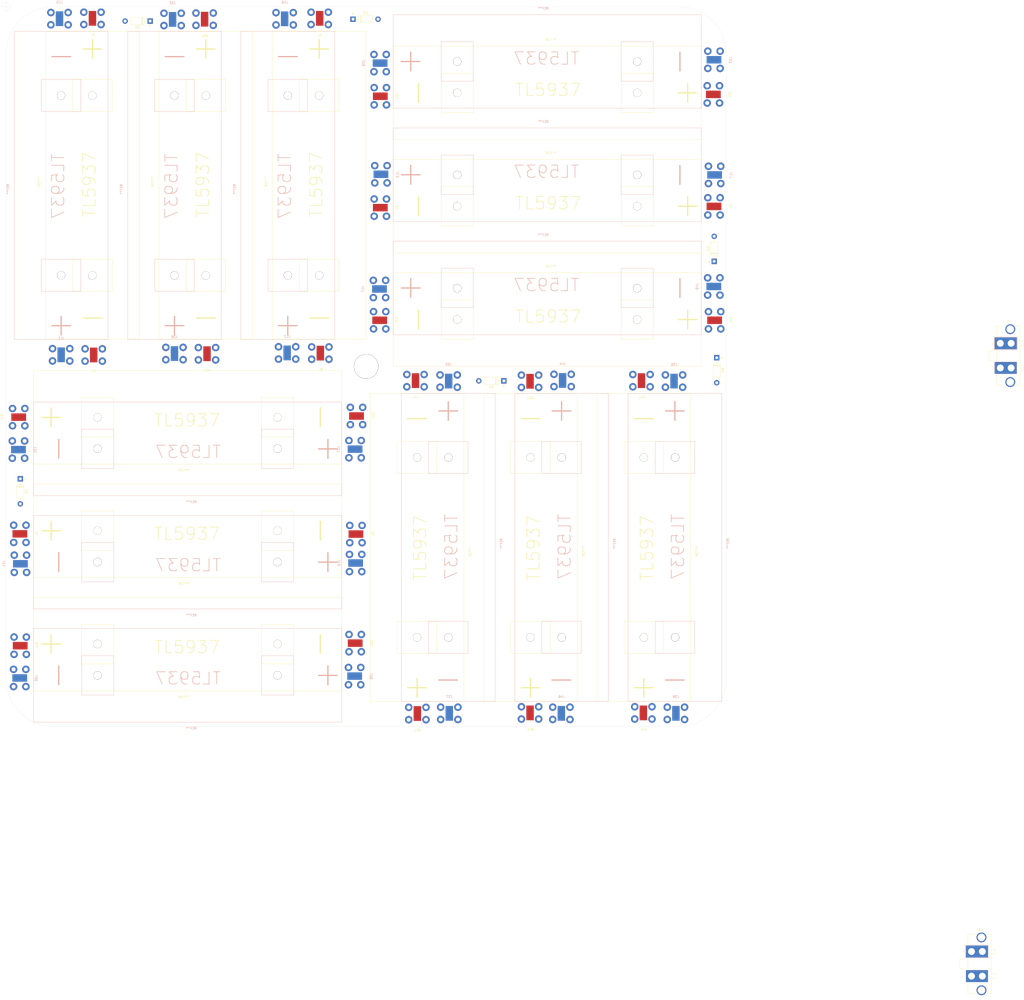
<source format=kicad_pcb>
(kicad_pcb (version 20171130) (host pcbnew 5.1.4-e60b266~84~ubuntu18.04.1)

  (general
    (thickness 1.6)
    (drawings 9)
    (tracks 49)
    (zones 0)
    (modules 80)
    (nets 28)
  )

  (page C)
  (title_block
    (title "Datapod Battery Board")
    (rev 1)
    (company NOAA\AOML\PHOD)
    (comment 4 "Pedro Pena")
  )

  (layers
    (0 F.Cu signal)
    (31 B.Cu signal)
    (32 B.Adhes user)
    (33 F.Adhes user)
    (34 B.Paste user)
    (35 F.Paste user)
    (36 B.SilkS user)
    (37 F.SilkS user)
    (38 B.Mask user)
    (39 F.Mask user)
    (40 Dwgs.User user)
    (41 Cmts.User user)
    (42 Eco1.User user)
    (43 Eco2.User user)
    (44 Edge.Cuts user)
    (45 Margin user)
    (46 B.CrtYd user)
    (47 F.CrtYd user)
    (48 B.Fab user)
    (49 F.Fab user)
  )

  (setup
    (last_trace_width 0.25)
    (trace_clearance 0.2)
    (zone_clearance 0.508)
    (zone_45_only no)
    (trace_min 0.2)
    (via_size 0.8)
    (via_drill 0.4)
    (via_min_size 0.4)
    (via_min_drill 0.3)
    (uvia_size 0.3)
    (uvia_drill 0.1)
    (uvias_allowed no)
    (uvia_min_size 0.2)
    (uvia_min_drill 0.1)
    (edge_width 0.05)
    (segment_width 0.2)
    (pcb_text_width 0.3)
    (pcb_text_size 1.5 1.5)
    (mod_edge_width 0.12)
    (mod_text_size 1 1)
    (mod_text_width 0.15)
    (pad_size 1.524 1.524)
    (pad_drill 0.762)
    (pad_to_mask_clearance 0.051)
    (solder_mask_min_width 0.25)
    (aux_axis_origin 0 0)
    (visible_elements FFFFFF7F)
    (pcbplotparams
      (layerselection 0x010fc_ffffffff)
      (usegerberextensions false)
      (usegerberattributes false)
      (usegerberadvancedattributes false)
      (creategerberjobfile false)
      (excludeedgelayer true)
      (linewidth 0.100000)
      (plotframeref false)
      (viasonmask false)
      (mode 1)
      (useauxorigin false)
      (hpglpennumber 1)
      (hpglpenspeed 20)
      (hpglpendiameter 15.000000)
      (psnegative false)
      (psa4output false)
      (plotreference true)
      (plotvalue true)
      (plotinvisibletext false)
      (padsonsilk false)
      (subtractmaskfromsilk false)
      (outputformat 1)
      (mirror false)
      (drillshape 1)
      (scaleselection 1)
      (outputdirectory ""))
  )

  (net 0 "")
  (net 1 "Net-(D1-Pad1)")
  (net 2 "Net-(D1-Pad2)")
  (net 3 "Net-(D2-Pad2)")
  (net 4 "Net-(D3-Pad2)")
  (net 5 "Net-(D4-Pad2)")
  (net 6 "Net-(J1-Pad2)")
  (net 7 "Net-(J10-Pad1)")
  (net 8 "Net-(J11-Pad1)")
  (net 9 "Net-(J12-Pad1)")
  (net 10 "Net-(J13-Pad1)")
  (net 11 "Net-(J14-Pad1)")
  (net 12 "Net-(J15-Pad1)")
  (net 13 "Net-(J16-Pad1)")
  (net 14 "Net-(J17-Pad1)")
  (net 15 "Net-(J22-Pad1)")
  (net 16 "Net-(J23-Pad1)")
  (net 17 "Net-(J24-Pad1)")
  (net 18 "Net-(J25-Pad1)")
  (net 19 "Net-(J30-Pad1)")
  (net 20 "Net-(D5-Pad2)")
  (net 21 "Net-(D6-Pad2)")
  (net 22 "Net-(J37-Pad1)")
  (net 23 "Net-(J38-Pad1)")
  (net 24 "Net-(J41-Pad1)")
  (net 25 "Net-(J42-Pad1)")
  (net 26 "Net-(J45-Pad1)")
  (net 27 "Net-(J46-Pad1)")

  (net_class Default "This is the default net class."
    (clearance 0.2)
    (trace_width 0.25)
    (via_dia 0.8)
    (via_drill 0.4)
    (uvia_dia 0.3)
    (uvia_drill 0.1)
    (add_net "Net-(D1-Pad1)")
    (add_net "Net-(D1-Pad2)")
    (add_net "Net-(D2-Pad2)")
    (add_net "Net-(D3-Pad2)")
    (add_net "Net-(D4-Pad2)")
    (add_net "Net-(D5-Pad2)")
    (add_net "Net-(D6-Pad2)")
    (add_net "Net-(J1-Pad2)")
    (add_net "Net-(J10-Pad1)")
    (add_net "Net-(J11-Pad1)")
    (add_net "Net-(J12-Pad1)")
    (add_net "Net-(J13-Pad1)")
    (add_net "Net-(J14-Pad1)")
    (add_net "Net-(J15-Pad1)")
    (add_net "Net-(J16-Pad1)")
    (add_net "Net-(J17-Pad1)")
    (add_net "Net-(J22-Pad1)")
    (add_net "Net-(J23-Pad1)")
    (add_net "Net-(J24-Pad1)")
    (add_net "Net-(J25-Pad1)")
    (add_net "Net-(J30-Pad1)")
    (add_net "Net-(J37-Pad1)")
    (add_net "Net-(J38-Pad1)")
    (add_net "Net-(J41-Pad1)")
    (add_net "Net-(J42-Pad1)")
    (add_net "Net-(J45-Pad1)")
    (add_net "Net-(J46-Pad1)")
  )

  (module terminals:screw_terminal_7.0mmx5.0mm (layer F.Cu) (tedit 5DC4E3BC) (tstamp 5DCB96B5)
    (at 212.598 152.146)
    (path /5DCF4CEE)
    (fp_text reference J50 (at 0.02 6.64) (layer F.SilkS)
      (effects (font (size 1 1) (thickness 0.15)))
    )
    (fp_text value Screw_Terminal_01x01 (at 0.13 -6.35) (layer F.Fab)
      (effects (font (size 1 1) (thickness 0.15)))
    )
    (fp_line (start -3.92 3.86) (end -3.92 -4.04) (layer B.Paste) (width 0.12))
    (fp_line (start 3.98 3.86) (end -3.92 3.86) (layer B.Paste) (width 0.12))
    (fp_line (start 3.98 -4.04) (end 3.98 3.86) (layer B.Paste) (width 0.12))
    (fp_line (start -3.92 -4.04) (end 3.98 -4.04) (layer B.Paste) (width 0.12))
    (pad 1 smd rect (at -0.04 -0.09) (size 3.048 6) (layers F.Cu F.Paste F.Mask)
      (net 19 "Net-(J30-Pad1)"))
    (pad "" thru_hole circle (at 3.46 2.41) (size 3.048 3.048) (drill 1.6) (layers *.Cu *.Mask))
    (pad "" thru_hole circle (at -3.54 2.41) (size 3.048 3.048) (drill 1.6) (layers *.Cu *.Mask))
    (pad "" thru_hole circle (at -3.54 -2.59) (size 3.048 3.048) (drill 1.6) (layers *.Cu *.Mask))
    (pad "" thru_hole circle (at 3.46 -2.59) (size 3.048 3.048) (drill 1.6) (layers *.Cu *.Mask))
  )

  (module terminals:screw_terminal_7.0mmx5.0mm (layer B.Cu) (tedit 5DC4E3BC) (tstamp 5DCB96A8)
    (at 287.02 113.538 90)
    (path /5DCF4CE6)
    (fp_text reference J49 (at 0.02 -6.64 90) (layer B.SilkS)
      (effects (font (size 1 1) (thickness 0.15)) (justify mirror))
    )
    (fp_text value Screw_Terminal_01x01 (at 0.13 6.35 90) (layer B.Fab)
      (effects (font (size 1 1) (thickness 0.15)) (justify mirror))
    )
    (fp_line (start -3.92 -3.86) (end -3.92 4.04) (layer F.Paste) (width 0.12))
    (fp_line (start 3.98 -3.86) (end -3.92 -3.86) (layer F.Paste) (width 0.12))
    (fp_line (start 3.98 4.04) (end 3.98 -3.86) (layer F.Paste) (width 0.12))
    (fp_line (start -3.92 4.04) (end 3.98 4.04) (layer F.Paste) (width 0.12))
    (pad 1 smd rect (at -0.04 0.09 90) (size 3.048 6) (layers B.Cu B.Paste B.Mask)
      (net 19 "Net-(J30-Pad1)"))
    (pad "" thru_hole circle (at 3.46 -2.41 90) (size 3.048 3.048) (drill 1.6) (layers *.Cu *.Mask))
    (pad "" thru_hole circle (at -3.54 -2.41 90) (size 3.048 3.048) (drill 1.6) (layers *.Cu *.Mask))
    (pad "" thru_hole circle (at -3.54 2.59 90) (size 3.048 3.048) (drill 1.6) (layers *.Cu *.Mask))
    (pad "" thru_hole circle (at 3.46 2.59 90) (size 3.048 3.048) (drill 1.6) (layers *.Cu *.Mask))
  )

  (module terminals:screw_terminal_7.0mmx5.0mm (layer F.Cu) (tedit 5DC4E3BC) (tstamp 5DCB969B)
    (at 212.598 286.766)
    (path /5DCF4CCE)
    (fp_text reference J48 (at 0.02 6.64) (layer F.SilkS)
      (effects (font (size 1 1) (thickness 0.15)))
    )
    (fp_text value Screw_Terminal_01x01 (at 0.13 -6.35) (layer F.Fab)
      (effects (font (size 1 1) (thickness 0.15)))
    )
    (fp_line (start -3.92 3.86) (end -3.92 -4.04) (layer B.Paste) (width 0.12))
    (fp_line (start 3.98 3.86) (end -3.92 3.86) (layer B.Paste) (width 0.12))
    (fp_line (start 3.98 -4.04) (end 3.98 3.86) (layer B.Paste) (width 0.12))
    (fp_line (start -3.92 -4.04) (end 3.98 -4.04) (layer B.Paste) (width 0.12))
    (pad 1 smd rect (at -0.04 -0.09) (size 3.048 6) (layers F.Cu F.Paste F.Mask)
      (net 27 "Net-(J46-Pad1)"))
    (pad "" thru_hole circle (at 3.46 2.41) (size 3.048 3.048) (drill 1.6) (layers *.Cu *.Mask))
    (pad "" thru_hole circle (at -3.54 2.41) (size 3.048 3.048) (drill 1.6) (layers *.Cu *.Mask))
    (pad "" thru_hole circle (at -3.54 -2.59) (size 3.048 3.048) (drill 1.6) (layers *.Cu *.Mask))
    (pad "" thru_hole circle (at 3.46 -2.59) (size 3.048 3.048) (drill 1.6) (layers *.Cu *.Mask))
  )

  (module terminals:screw_terminal_7.0mmx5.0mm (layer B.Cu) (tedit 5DC4E3BC) (tstamp 5DCB968E)
    (at 151.384 114.554 90)
    (path /5DCF4CBD)
    (fp_text reference J47 (at 0.02 -6.64 90) (layer B.SilkS)
      (effects (font (size 1 1) (thickness 0.15)) (justify mirror))
    )
    (fp_text value Screw_Terminal_01x01 (at 0.13 6.35 90) (layer B.Fab)
      (effects (font (size 1 1) (thickness 0.15)) (justify mirror))
    )
    (fp_line (start -3.92 -3.86) (end -3.92 4.04) (layer F.Paste) (width 0.12))
    (fp_line (start 3.98 -3.86) (end -3.92 -3.86) (layer F.Paste) (width 0.12))
    (fp_line (start 3.98 4.04) (end 3.98 -3.86) (layer F.Paste) (width 0.12))
    (fp_line (start -3.92 4.04) (end 3.98 4.04) (layer F.Paste) (width 0.12))
    (pad 1 smd rect (at -0.04 0.09 90) (size 3.048 6) (layers B.Cu B.Paste B.Mask)
      (net 26 "Net-(J45-Pad1)"))
    (pad "" thru_hole circle (at 3.46 -2.41 90) (size 3.048 3.048) (drill 1.6) (layers *.Cu *.Mask))
    (pad "" thru_hole circle (at -3.54 -2.41 90) (size 3.048 3.048) (drill 1.6) (layers *.Cu *.Mask))
    (pad "" thru_hole circle (at -3.54 2.59 90) (size 3.048 3.048) (drill 1.6) (layers *.Cu *.Mask))
    (pad "" thru_hole circle (at 3.46 2.59 90) (size 3.048 3.048) (drill 1.6) (layers *.Cu *.Mask))
  )

  (module terminals:screw_terminal_7.0mmx5.0mm (layer B.Cu) (tedit 5DC4E3BC) (tstamp 5DCB9681)
    (at 225.298 286.766)
    (path /5DCF4CD6)
    (fp_text reference J46 (at 0.02 -6.64) (layer B.SilkS)
      (effects (font (size 1 1) (thickness 0.15)) (justify mirror))
    )
    (fp_text value Screw_Terminal_01x01 (at 0.13 6.35) (layer B.Fab)
      (effects (font (size 1 1) (thickness 0.15)) (justify mirror))
    )
    (fp_line (start -3.92 -3.86) (end -3.92 4.04) (layer F.Paste) (width 0.12))
    (fp_line (start 3.98 -3.86) (end -3.92 -3.86) (layer F.Paste) (width 0.12))
    (fp_line (start 3.98 4.04) (end 3.98 -3.86) (layer F.Paste) (width 0.12))
    (fp_line (start -3.92 4.04) (end 3.98 4.04) (layer F.Paste) (width 0.12))
    (pad 1 smd rect (at -0.04 0.09) (size 3.048 6) (layers B.Cu B.Paste B.Mask)
      (net 27 "Net-(J46-Pad1)"))
    (pad "" thru_hole circle (at 3.46 -2.41) (size 3.048 3.048) (drill 1.6) (layers *.Cu *.Mask))
    (pad "" thru_hole circle (at -3.54 -2.41) (size 3.048 3.048) (drill 1.6) (layers *.Cu *.Mask))
    (pad "" thru_hole circle (at -3.54 2.59) (size 3.048 3.048) (drill 1.6) (layers *.Cu *.Mask))
    (pad "" thru_hole circle (at 3.46 2.59) (size 3.048 3.048) (drill 1.6) (layers *.Cu *.Mask))
  )

  (module terminals:screw_terminal_7.0mmx5.0mm (layer F.Cu) (tedit 5DC4E3BC) (tstamp 5DCB9674)
    (at 151.638 127.254 90)
    (path /5DCF4CC5)
    (fp_text reference J45 (at 0.02 6.64 90) (layer F.SilkS)
      (effects (font (size 1 1) (thickness 0.15)))
    )
    (fp_text value Screw_Terminal_01x01 (at 0.13 -6.35 90) (layer F.Fab)
      (effects (font (size 1 1) (thickness 0.15)))
    )
    (fp_line (start -3.92 3.86) (end -3.92 -4.04) (layer B.Paste) (width 0.12))
    (fp_line (start 3.98 3.86) (end -3.92 3.86) (layer B.Paste) (width 0.12))
    (fp_line (start 3.98 -4.04) (end 3.98 3.86) (layer B.Paste) (width 0.12))
    (fp_line (start -3.92 -4.04) (end 3.98 -4.04) (layer B.Paste) (width 0.12))
    (pad 1 smd rect (at -0.04 -0.09 90) (size 3.048 6) (layers F.Cu F.Paste F.Mask)
      (net 26 "Net-(J45-Pad1)"))
    (pad "" thru_hole circle (at 3.46 2.41 90) (size 3.048 3.048) (drill 1.6) (layers *.Cu *.Mask))
    (pad "" thru_hole circle (at -3.54 2.41 90) (size 3.048 3.048) (drill 1.6) (layers *.Cu *.Mask))
    (pad "" thru_hole circle (at -3.54 -2.59 90) (size 3.048 3.048) (drill 1.6) (layers *.Cu *.Mask))
    (pad "" thru_hole circle (at 3.46 -2.59 90) (size 3.048 3.048) (drill 1.6) (layers *.Cu *.Mask))
  )

  (module terminals:screw_terminal_7.0mmx5.0mm (layer B.Cu) (tedit 5DC4E3BC) (tstamp 5DCB9667)
    (at 225.806 151.638)
    (path /5DCF4C9C)
    (fp_text reference J44 (at 0.02 -6.64) (layer B.SilkS)
      (effects (font (size 1 1) (thickness 0.15)) (justify mirror))
    )
    (fp_text value Screw_Terminal_01x01 (at 0.13 6.35) (layer B.Fab)
      (effects (font (size 1 1) (thickness 0.15)) (justify mirror))
    )
    (fp_line (start -3.92 -3.86) (end -3.92 4.04) (layer F.Paste) (width 0.12))
    (fp_line (start 3.98 -3.86) (end -3.92 -3.86) (layer F.Paste) (width 0.12))
    (fp_line (start 3.98 4.04) (end 3.98 -3.86) (layer F.Paste) (width 0.12))
    (fp_line (start -3.92 4.04) (end 3.98 4.04) (layer F.Paste) (width 0.12))
    (pad 1 smd rect (at -0.04 0.09) (size 3.048 6) (layers B.Cu B.Paste B.Mask)
      (net 25 "Net-(J42-Pad1)"))
    (pad "" thru_hole circle (at 3.46 -2.41) (size 3.048 3.048) (drill 1.6) (layers *.Cu *.Mask))
    (pad "" thru_hole circle (at -3.54 -2.41) (size 3.048 3.048) (drill 1.6) (layers *.Cu *.Mask))
    (pad "" thru_hole circle (at -3.54 2.59) (size 3.048 3.048) (drill 1.6) (layers *.Cu *.Mask))
    (pad "" thru_hole circle (at 3.46 2.59) (size 3.048 3.048) (drill 1.6) (layers *.Cu *.Mask))
  )

  (module terminals:screw_terminal_7.0mmx5.0mm (layer F.Cu) (tedit 5DC4E3BC) (tstamp 5DCB965A)
    (at 287.528 127.254 90)
    (path /5DCF4C8B)
    (fp_text reference J43 (at 0.02 6.64 90) (layer F.SilkS)
      (effects (font (size 1 1) (thickness 0.15)))
    )
    (fp_text value Screw_Terminal_01x01 (at 0.13 -6.35 90) (layer F.Fab)
      (effects (font (size 1 1) (thickness 0.15)))
    )
    (fp_line (start -3.92 3.86) (end -3.92 -4.04) (layer B.Paste) (width 0.12))
    (fp_line (start 3.98 3.86) (end -3.92 3.86) (layer B.Paste) (width 0.12))
    (fp_line (start 3.98 -4.04) (end 3.98 3.86) (layer B.Paste) (width 0.12))
    (fp_line (start -3.92 -4.04) (end 3.98 -4.04) (layer B.Paste) (width 0.12))
    (pad 1 smd rect (at -0.04 -0.09 90) (size 3.048 6) (layers F.Cu F.Paste F.Mask)
      (net 24 "Net-(J41-Pad1)"))
    (pad "" thru_hole circle (at 3.46 2.41 90) (size 3.048 3.048) (drill 1.6) (layers *.Cu *.Mask))
    (pad "" thru_hole circle (at -3.54 2.41 90) (size 3.048 3.048) (drill 1.6) (layers *.Cu *.Mask))
    (pad "" thru_hole circle (at -3.54 -2.59 90) (size 3.048 3.048) (drill 1.6) (layers *.Cu *.Mask))
    (pad "" thru_hole circle (at 3.46 -2.59 90) (size 3.048 3.048) (drill 1.6) (layers *.Cu *.Mask))
  )

  (module terminals:screw_terminal_7.0mmx5.0mm (layer F.Cu) (tedit 5DC4E3BC) (tstamp 5DCB9FBA)
    (at 257.81 151.892)
    (path /5DCF4CA4)
    (fp_text reference J42 (at 0.02 6.64) (layer F.SilkS)
      (effects (font (size 1 1) (thickness 0.15)))
    )
    (fp_text value Screw_Terminal_01x01 (at 0.13 -6.35) (layer F.Fab)
      (effects (font (size 1 1) (thickness 0.15)))
    )
    (fp_line (start -3.92 3.86) (end -3.92 -4.04) (layer B.Paste) (width 0.12))
    (fp_line (start 3.98 3.86) (end -3.92 3.86) (layer B.Paste) (width 0.12))
    (fp_line (start 3.98 -4.04) (end 3.98 3.86) (layer B.Paste) (width 0.12))
    (fp_line (start -3.92 -4.04) (end 3.98 -4.04) (layer B.Paste) (width 0.12))
    (pad 1 smd rect (at -0.04 -0.09) (size 3.048 6) (layers F.Cu F.Paste F.Mask)
      (net 25 "Net-(J42-Pad1)"))
    (pad "" thru_hole circle (at 3.46 2.41) (size 3.048 3.048) (drill 1.6) (layers *.Cu *.Mask))
    (pad "" thru_hole circle (at -3.54 2.41) (size 3.048 3.048) (drill 1.6) (layers *.Cu *.Mask))
    (pad "" thru_hole circle (at -3.54 -2.59) (size 3.048 3.048) (drill 1.6) (layers *.Cu *.Mask))
    (pad "" thru_hole circle (at 3.46 -2.59) (size 3.048 3.048) (drill 1.6) (layers *.Cu *.Mask))
  )

  (module terminals:screw_terminal_7.0mmx5.0mm (layer F.Cu) (tedit 5DC4E3BC) (tstamp 5DCB9640)
    (at 166.116 151.892)
    (path /5DCF4C93)
    (fp_text reference J41 (at 0.02 6.64) (layer F.SilkS)
      (effects (font (size 1 1) (thickness 0.15)))
    )
    (fp_text value Screw_Terminal_01x01 (at 0.13 -6.35) (layer F.Fab)
      (effects (font (size 1 1) (thickness 0.15)))
    )
    (fp_line (start -3.92 3.86) (end -3.92 -4.04) (layer B.Paste) (width 0.12))
    (fp_line (start 3.98 3.86) (end -3.92 3.86) (layer B.Paste) (width 0.12))
    (fp_line (start 3.98 -4.04) (end 3.98 3.86) (layer B.Paste) (width 0.12))
    (fp_line (start -3.92 -4.04) (end 3.98 -4.04) (layer B.Paste) (width 0.12))
    (pad 1 smd rect (at -0.04 -0.09) (size 3.048 6) (layers F.Cu F.Paste F.Mask)
      (net 24 "Net-(J41-Pad1)"))
    (pad "" thru_hole circle (at 3.46 2.41) (size 3.048 3.048) (drill 1.6) (layers *.Cu *.Mask))
    (pad "" thru_hole circle (at -3.54 2.41) (size 3.048 3.048) (drill 1.6) (layers *.Cu *.Mask))
    (pad "" thru_hole circle (at -3.54 -2.59) (size 3.048 3.048) (drill 1.6) (layers *.Cu *.Mask))
    (pad "" thru_hole circle (at 3.46 -2.59) (size 3.048 3.048) (drill 1.6) (layers *.Cu *.Mask))
  )

  (module terminals:screw_terminal_7.0mmx5.0mm (layer F.Cu) (tedit 5DC4E3BC) (tstamp 5DCB9633)
    (at 258.572 286.766)
    (path /5DCF4C6A)
    (fp_text reference J40 (at 0.02 6.64) (layer F.SilkS)
      (effects (font (size 1 1) (thickness 0.15)))
    )
    (fp_text value Screw_Terminal_01x01 (at 0.13 -6.35) (layer F.Fab)
      (effects (font (size 1 1) (thickness 0.15)))
    )
    (fp_line (start -3.92 3.86) (end -3.92 -4.04) (layer B.Paste) (width 0.12))
    (fp_line (start 3.98 3.86) (end -3.92 3.86) (layer B.Paste) (width 0.12))
    (fp_line (start 3.98 -4.04) (end 3.98 3.86) (layer B.Paste) (width 0.12))
    (fp_line (start -3.92 -4.04) (end 3.98 -4.04) (layer B.Paste) (width 0.12))
    (pad 1 smd rect (at -0.04 -0.09) (size 3.048 6) (layers F.Cu F.Paste F.Mask)
      (net 23 "Net-(J38-Pad1)"))
    (pad "" thru_hole circle (at 3.46 2.41) (size 3.048 3.048) (drill 1.6) (layers *.Cu *.Mask))
    (pad "" thru_hole circle (at -3.54 2.41) (size 3.048 3.048) (drill 1.6) (layers *.Cu *.Mask))
    (pad "" thru_hole circle (at -3.54 -2.59) (size 3.048 3.048) (drill 1.6) (layers *.Cu *.Mask))
    (pad "" thru_hole circle (at 3.46 -2.59) (size 3.048 3.048) (drill 1.6) (layers *.Cu *.Mask))
  )

  (module terminals:screw_terminal_7.0mmx5.0mm (layer F.Cu) (tedit 5DC4E3BC) (tstamp 5DCB9626)
    (at 166.878 287.02)
    (path /5DCF4C59)
    (fp_text reference J39 (at 0.02 6.64) (layer F.SilkS)
      (effects (font (size 1 1) (thickness 0.15)))
    )
    (fp_text value Screw_Terminal_01x01 (at 0.13 -6.35) (layer F.Fab)
      (effects (font (size 1 1) (thickness 0.15)))
    )
    (fp_line (start -3.92 3.86) (end -3.92 -4.04) (layer B.Paste) (width 0.12))
    (fp_line (start 3.98 3.86) (end -3.92 3.86) (layer B.Paste) (width 0.12))
    (fp_line (start 3.98 -4.04) (end 3.98 3.86) (layer B.Paste) (width 0.12))
    (fp_line (start -3.92 -4.04) (end 3.98 -4.04) (layer B.Paste) (width 0.12))
    (pad 1 smd rect (at -0.04 -0.09) (size 3.048 6) (layers F.Cu F.Paste F.Mask)
      (net 22 "Net-(J37-Pad1)"))
    (pad "" thru_hole circle (at 3.46 2.41) (size 3.048 3.048) (drill 1.6) (layers *.Cu *.Mask))
    (pad "" thru_hole circle (at -3.54 2.41) (size 3.048 3.048) (drill 1.6) (layers *.Cu *.Mask))
    (pad "" thru_hole circle (at -3.54 -2.59) (size 3.048 3.048) (drill 1.6) (layers *.Cu *.Mask))
    (pad "" thru_hole circle (at 3.46 -2.59) (size 3.048 3.048) (drill 1.6) (layers *.Cu *.Mask))
  )

  (module terminals:screw_terminal_7.0mmx5.0mm (layer B.Cu) (tedit 5DC4E3BC) (tstamp 5DCB9619)
    (at 271.78 286.766)
    (path /5DCF4C72)
    (fp_text reference J38 (at 0.02 -6.64) (layer B.SilkS)
      (effects (font (size 1 1) (thickness 0.15)) (justify mirror))
    )
    (fp_text value Screw_Terminal_01x01 (at 0.13 6.35) (layer B.Fab)
      (effects (font (size 1 1) (thickness 0.15)) (justify mirror))
    )
    (fp_line (start -3.92 -3.86) (end -3.92 4.04) (layer F.Paste) (width 0.12))
    (fp_line (start 3.98 -3.86) (end -3.92 -3.86) (layer F.Paste) (width 0.12))
    (fp_line (start 3.98 4.04) (end 3.98 -3.86) (layer F.Paste) (width 0.12))
    (fp_line (start -3.92 4.04) (end 3.98 4.04) (layer F.Paste) (width 0.12))
    (pad 1 smd rect (at -0.04 0.09) (size 3.048 6) (layers B.Cu B.Paste B.Mask)
      (net 23 "Net-(J38-Pad1)"))
    (pad "" thru_hole circle (at 3.46 -2.41) (size 3.048 3.048) (drill 1.6) (layers *.Cu *.Mask))
    (pad "" thru_hole circle (at -3.54 -2.41) (size 3.048 3.048) (drill 1.6) (layers *.Cu *.Mask))
    (pad "" thru_hole circle (at -3.54 2.59) (size 3.048 3.048) (drill 1.6) (layers *.Cu *.Mask))
    (pad "" thru_hole circle (at 3.46 2.59) (size 3.048 3.048) (drill 1.6) (layers *.Cu *.Mask))
  )

  (module terminals:screw_terminal_7.0mmx5.0mm (layer B.Cu) (tedit 5DC4E3BC) (tstamp 5DCB960C)
    (at 179.832 286.766)
    (path /5DCF4C61)
    (fp_text reference J37 (at 0.02 -6.64) (layer B.SilkS)
      (effects (font (size 1 1) (thickness 0.15)) (justify mirror))
    )
    (fp_text value Screw_Terminal_01x01 (at 0.13 6.35) (layer B.Fab)
      (effects (font (size 1 1) (thickness 0.15)) (justify mirror))
    )
    (fp_line (start -3.92 -3.86) (end -3.92 4.04) (layer F.Paste) (width 0.12))
    (fp_line (start 3.98 -3.86) (end -3.92 -3.86) (layer F.Paste) (width 0.12))
    (fp_line (start 3.98 4.04) (end 3.98 -3.86) (layer F.Paste) (width 0.12))
    (fp_line (start -3.92 4.04) (end 3.98 4.04) (layer F.Paste) (width 0.12))
    (pad 1 smd rect (at -0.04 0.09) (size 3.048 6) (layers B.Cu B.Paste B.Mask)
      (net 22 "Net-(J37-Pad1)"))
    (pad "" thru_hole circle (at 3.46 -2.41) (size 3.048 3.048) (drill 1.6) (layers *.Cu *.Mask))
    (pad "" thru_hole circle (at -3.54 -2.41) (size 3.048 3.048) (drill 1.6) (layers *.Cu *.Mask))
    (pad "" thru_hole circle (at -3.54 2.59) (size 3.048 3.048) (drill 1.6) (layers *.Cu *.Mask))
    (pad "" thru_hole circle (at 3.46 2.59) (size 3.048 3.048) (drill 1.6) (layers *.Cu *.Mask))
  )

  (module terminals:screw_terminal_7.0mmx5.0mm (layer B.Cu) (tedit 5DC4E3BC) (tstamp 5DCB95FF)
    (at 271.018 151.892)
    (path /5DCF4C40)
    (fp_text reference J36 (at 0.02 -6.64) (layer B.SilkS)
      (effects (font (size 1 1) (thickness 0.15)) (justify mirror))
    )
    (fp_text value Screw_Terminal_01x01 (at 0.13 6.35) (layer B.Fab)
      (effects (font (size 1 1) (thickness 0.15)) (justify mirror))
    )
    (fp_line (start -3.92 -3.86) (end -3.92 4.04) (layer F.Paste) (width 0.12))
    (fp_line (start 3.98 -3.86) (end -3.92 -3.86) (layer F.Paste) (width 0.12))
    (fp_line (start 3.98 4.04) (end 3.98 -3.86) (layer F.Paste) (width 0.12))
    (fp_line (start -3.92 4.04) (end 3.98 4.04) (layer F.Paste) (width 0.12))
    (pad 1 smd rect (at -0.04 0.09) (size 3.048 6) (layers B.Cu B.Paste B.Mask)
      (net 21 "Net-(D6-Pad2)"))
    (pad "" thru_hole circle (at 3.46 -2.41) (size 3.048 3.048) (drill 1.6) (layers *.Cu *.Mask))
    (pad "" thru_hole circle (at -3.54 -2.41) (size 3.048 3.048) (drill 1.6) (layers *.Cu *.Mask))
    (pad "" thru_hole circle (at -3.54 2.59) (size 3.048 3.048) (drill 1.6) (layers *.Cu *.Mask))
    (pad "" thru_hole circle (at 3.46 2.59) (size 3.048 3.048) (drill 1.6) (layers *.Cu *.Mask))
  )

  (module terminals:screw_terminal_7.0mmx5.0mm (layer B.Cu) (tedit 5DC4E3BC) (tstamp 5DCB95F2)
    (at 179.578 151.892)
    (path /5DCF4C38)
    (fp_text reference J35 (at 0.02 -6.64) (layer B.SilkS)
      (effects (font (size 1 1) (thickness 0.15)) (justify mirror))
    )
    (fp_text value Screw_Terminal_01x01 (at 0.13 6.35) (layer B.Fab)
      (effects (font (size 1 1) (thickness 0.15)) (justify mirror))
    )
    (fp_line (start -3.92 -3.86) (end -3.92 4.04) (layer F.Paste) (width 0.12))
    (fp_line (start 3.98 -3.86) (end -3.92 -3.86) (layer F.Paste) (width 0.12))
    (fp_line (start 3.98 4.04) (end 3.98 -3.86) (layer F.Paste) (width 0.12))
    (fp_line (start -3.92 4.04) (end 3.98 4.04) (layer F.Paste) (width 0.12))
    (pad 1 smd rect (at -0.04 0.09) (size 3.048 6) (layers B.Cu B.Paste B.Mask)
      (net 20 "Net-(D5-Pad2)"))
    (pad "" thru_hole circle (at 3.46 -2.41) (size 3.048 3.048) (drill 1.6) (layers *.Cu *.Mask))
    (pad "" thru_hole circle (at -3.54 -2.41) (size 3.048 3.048) (drill 1.6) (layers *.Cu *.Mask))
    (pad "" thru_hole circle (at -3.54 2.59) (size 3.048 3.048) (drill 1.6) (layers *.Cu *.Mask))
    (pad "" thru_hole circle (at 3.46 2.59) (size 3.048 3.048) (drill 1.6) (layers *.Cu *.Mask))
  )

  (module Diode_THT:D_DO-41_SOD81_P10.16mm_Horizontal (layer F.Cu) (tedit 5AE50CD5) (tstamp 5DCB91E9)
    (at 288.29 142.494 270)
    (descr "Diode, DO-41_SOD81 series, Axial, Horizontal, pin pitch=10.16mm, , length*diameter=5.2*2.7mm^2, , http://www.diodes.com/_files/packages/DO-41%20(Plastic).pdf")
    (tags "Diode DO-41_SOD81 series Axial Horizontal pin pitch 10.16mm  length 5.2mm diameter 2.7mm")
    (path /5DCF4C15)
    (fp_text reference D6 (at 5.08 -2.47 90) (layer F.SilkS)
      (effects (font (size 1 1) (thickness 0.15)))
    )
    (fp_text value 1N5818 (at 5.08 2.47 90) (layer F.Fab)
      (effects (font (size 1 1) (thickness 0.15)))
    )
    (fp_text user K (at 0 -2.1 90) (layer F.SilkS)
      (effects (font (size 1 1) (thickness 0.15)))
    )
    (fp_text user K (at 0 -2.1 90) (layer F.Fab)
      (effects (font (size 1 1) (thickness 0.15)))
    )
    (fp_text user %R (at 5.47 0 90) (layer F.Fab)
      (effects (font (size 1 1) (thickness 0.15)))
    )
    (fp_line (start 11.51 -1.6) (end -1.35 -1.6) (layer F.CrtYd) (width 0.05))
    (fp_line (start 11.51 1.6) (end 11.51 -1.6) (layer F.CrtYd) (width 0.05))
    (fp_line (start -1.35 1.6) (end 11.51 1.6) (layer F.CrtYd) (width 0.05))
    (fp_line (start -1.35 -1.6) (end -1.35 1.6) (layer F.CrtYd) (width 0.05))
    (fp_line (start 3.14 -1.47) (end 3.14 1.47) (layer F.SilkS) (width 0.12))
    (fp_line (start 3.38 -1.47) (end 3.38 1.47) (layer F.SilkS) (width 0.12))
    (fp_line (start 3.26 -1.47) (end 3.26 1.47) (layer F.SilkS) (width 0.12))
    (fp_line (start 8.82 0) (end 7.8 0) (layer F.SilkS) (width 0.12))
    (fp_line (start 1.34 0) (end 2.36 0) (layer F.SilkS) (width 0.12))
    (fp_line (start 7.8 -1.47) (end 2.36 -1.47) (layer F.SilkS) (width 0.12))
    (fp_line (start 7.8 1.47) (end 7.8 -1.47) (layer F.SilkS) (width 0.12))
    (fp_line (start 2.36 1.47) (end 7.8 1.47) (layer F.SilkS) (width 0.12))
    (fp_line (start 2.36 -1.47) (end 2.36 1.47) (layer F.SilkS) (width 0.12))
    (fp_line (start 3.16 -1.35) (end 3.16 1.35) (layer F.Fab) (width 0.1))
    (fp_line (start 3.36 -1.35) (end 3.36 1.35) (layer F.Fab) (width 0.1))
    (fp_line (start 3.26 -1.35) (end 3.26 1.35) (layer F.Fab) (width 0.1))
    (fp_line (start 10.16 0) (end 7.68 0) (layer F.Fab) (width 0.1))
    (fp_line (start 0 0) (end 2.48 0) (layer F.Fab) (width 0.1))
    (fp_line (start 7.68 -1.35) (end 2.48 -1.35) (layer F.Fab) (width 0.1))
    (fp_line (start 7.68 1.35) (end 7.68 -1.35) (layer F.Fab) (width 0.1))
    (fp_line (start 2.48 1.35) (end 7.68 1.35) (layer F.Fab) (width 0.1))
    (fp_line (start 2.48 -1.35) (end 2.48 1.35) (layer F.Fab) (width 0.1))
    (pad 2 thru_hole oval (at 10.16 0 270) (size 2.2 2.2) (drill 1.1) (layers *.Cu *.Mask)
      (net 21 "Net-(D6-Pad2)"))
    (pad 1 thru_hole rect (at 0 0 270) (size 2.2 2.2) (drill 1.1) (layers *.Cu *.Mask)
      (net 1 "Net-(D1-Pad1)"))
    (model ${KISYS3DMOD}/Diode_THT.3dshapes/D_DO-41_SOD81_P10.16mm_Horizontal.wrl
      (at (xyz 0 0 0))
      (scale (xyz 1 1 1))
      (rotate (xyz 0 0 0))
    )
  )

  (module Diode_THT:D_DO-41_SOD81_P10.16mm_Horizontal (layer F.Cu) (tedit 5AE50CD5) (tstamp 5DCB9922)
    (at 201.93 151.892 180)
    (descr "Diode, DO-41_SOD81 series, Axial, Horizontal, pin pitch=10.16mm, , length*diameter=5.2*2.7mm^2, , http://www.diodes.com/_files/packages/DO-41%20(Plastic).pdf")
    (tags "Diode DO-41_SOD81 series Axial Horizontal pin pitch 10.16mm  length 5.2mm diameter 2.7mm")
    (path /5DCF4C26)
    (fp_text reference D5 (at 5.08 -2.47) (layer F.SilkS)
      (effects (font (size 1 1) (thickness 0.15)))
    )
    (fp_text value 1N5818 (at 5.08 2.47) (layer F.Fab)
      (effects (font (size 1 1) (thickness 0.15)))
    )
    (fp_text user K (at 0 -2.1) (layer F.SilkS)
      (effects (font (size 1 1) (thickness 0.15)))
    )
    (fp_text user K (at 0 -2.1) (layer F.Fab)
      (effects (font (size 1 1) (thickness 0.15)))
    )
    (fp_text user %R (at 5.47 0) (layer F.Fab)
      (effects (font (size 1 1) (thickness 0.15)))
    )
    (fp_line (start 11.51 -1.6) (end -1.35 -1.6) (layer F.CrtYd) (width 0.05))
    (fp_line (start 11.51 1.6) (end 11.51 -1.6) (layer F.CrtYd) (width 0.05))
    (fp_line (start -1.35 1.6) (end 11.51 1.6) (layer F.CrtYd) (width 0.05))
    (fp_line (start -1.35 -1.6) (end -1.35 1.6) (layer F.CrtYd) (width 0.05))
    (fp_line (start 3.14 -1.47) (end 3.14 1.47) (layer F.SilkS) (width 0.12))
    (fp_line (start 3.38 -1.47) (end 3.38 1.47) (layer F.SilkS) (width 0.12))
    (fp_line (start 3.26 -1.47) (end 3.26 1.47) (layer F.SilkS) (width 0.12))
    (fp_line (start 8.82 0) (end 7.8 0) (layer F.SilkS) (width 0.12))
    (fp_line (start 1.34 0) (end 2.36 0) (layer F.SilkS) (width 0.12))
    (fp_line (start 7.8 -1.47) (end 2.36 -1.47) (layer F.SilkS) (width 0.12))
    (fp_line (start 7.8 1.47) (end 7.8 -1.47) (layer F.SilkS) (width 0.12))
    (fp_line (start 2.36 1.47) (end 7.8 1.47) (layer F.SilkS) (width 0.12))
    (fp_line (start 2.36 -1.47) (end 2.36 1.47) (layer F.SilkS) (width 0.12))
    (fp_line (start 3.16 -1.35) (end 3.16 1.35) (layer F.Fab) (width 0.1))
    (fp_line (start 3.36 -1.35) (end 3.36 1.35) (layer F.Fab) (width 0.1))
    (fp_line (start 3.26 -1.35) (end 3.26 1.35) (layer F.Fab) (width 0.1))
    (fp_line (start 10.16 0) (end 7.68 0) (layer F.Fab) (width 0.1))
    (fp_line (start 0 0) (end 2.48 0) (layer F.Fab) (width 0.1))
    (fp_line (start 7.68 -1.35) (end 2.48 -1.35) (layer F.Fab) (width 0.1))
    (fp_line (start 7.68 1.35) (end 7.68 -1.35) (layer F.Fab) (width 0.1))
    (fp_line (start 2.48 1.35) (end 7.68 1.35) (layer F.Fab) (width 0.1))
    (fp_line (start 2.48 -1.35) (end 2.48 1.35) (layer F.Fab) (width 0.1))
    (pad 2 thru_hole oval (at 10.16 0 180) (size 2.2 2.2) (drill 1.1) (layers *.Cu *.Mask)
      (net 20 "Net-(D5-Pad2)"))
    (pad 1 thru_hole rect (at 0 0 180) (size 2.2 2.2) (drill 1.1) (layers *.Cu *.Mask)
      (net 1 "Net-(D1-Pad1)"))
    (model ${KISYS3DMOD}/Diode_THT.3dshapes/D_DO-41_SOD81_P10.16mm_Horizontal.wrl
      (at (xyz 0 0 0))
      (scale (xyz 1 1 1))
      (rotate (xyz 0 0 0))
    )
  )

  (module "battery:tl5937-tadiran 3.6v" (layer B.Cu) (tedit 5DCAFB33) (tstamp 5DCBB466)
    (at 198.374 156.972 180)
    (fp_text reference REF** (at -2.54 -60.96 270) (layer B.SilkS)
      (effects (font (size 1 1) (thickness 0.15)) (justify mirror))
    )
    (fp_text value TL5937 (at 17.78 -62.23 270) (layer B.SilkS)
      (effects (font (size 5 5) (thickness 0.25)) (justify mirror))
    )
    (fp_text user - (at 19.05 -115.57) (layer B.SilkS)
      (effects (font (size 10 10) (thickness 0.5)) (justify mirror))
    )
    (fp_text user + (at 19 -6.35) (layer B.SilkS)
      (effects (font (size 10 10) (thickness 0.5)) (justify mirror))
    )
    (fp_line (start 11 -92.5) (end 11 -105.5) (layer B.SilkS) (width 0.12))
    (fp_line (start 11 -105.5) (end 27 -105.5) (layer B.SilkS) (width 0.12))
    (fp_line (start 27 -92.5) (end 27 -105.5) (layer B.SilkS) (width 0.12))
    (fp_line (start 11 -92.5) (end 27 -92.5) (layer B.SilkS) (width 0.12))
    (fp_line (start 0 0) (end 38 0) (layer B.SilkS) (width 0.12))
    (fp_line (start 38 0) (end 38 -125) (layer B.SilkS) (width 0.12))
    (fp_line (start 38 -125) (end 0 -125) (layer B.SilkS) (width 0.12))
    (fp_line (start 0 0) (end 0 -125) (layer B.SilkS) (width 0.12))
    (fp_circle (center 19 -26) (end 20.5875 -26) (layer B.SilkS) (width 0.12))
    (fp_circle (center 19 -99) (end 20.5875 -99) (layer B.SilkS) (width 0.12))
    (fp_line (start 11 -19.5) (end 27 -19.5) (layer B.SilkS) (width 0.12))
    (fp_line (start 27 -19.5) (end 27 -32.5) (layer B.SilkS) (width 0.12))
    (fp_line (start 11 -32.5) (end 27 -32.5) (layer B.SilkS) (width 0.12))
    (fp_line (start 11 -19.5) (end 11 -32.5) (layer B.SilkS) (width 0.12))
  )

  (module "battery:tl5937-tadiran 3.6v" (layer B.Cu) (tedit 5DCAFB33) (tstamp 5DCBB440)
    (at 244.348 156.972 180)
    (fp_text reference REF** (at -2.54 -60.96 270) (layer B.SilkS)
      (effects (font (size 1 1) (thickness 0.15)) (justify mirror))
    )
    (fp_text value TL5937 (at 17.78 -62.23 270) (layer B.SilkS)
      (effects (font (size 5 5) (thickness 0.25)) (justify mirror))
    )
    (fp_text user - (at 19.05 -115.57) (layer B.SilkS)
      (effects (font (size 10 10) (thickness 0.5)) (justify mirror))
    )
    (fp_text user + (at 19 -6.35) (layer B.SilkS)
      (effects (font (size 10 10) (thickness 0.5)) (justify mirror))
    )
    (fp_line (start 11 -92.5) (end 11 -105.5) (layer B.SilkS) (width 0.12))
    (fp_line (start 11 -105.5) (end 27 -105.5) (layer B.SilkS) (width 0.12))
    (fp_line (start 27 -92.5) (end 27 -105.5) (layer B.SilkS) (width 0.12))
    (fp_line (start 11 -92.5) (end 27 -92.5) (layer B.SilkS) (width 0.12))
    (fp_line (start 0 0) (end 38 0) (layer B.SilkS) (width 0.12))
    (fp_line (start 38 0) (end 38 -125) (layer B.SilkS) (width 0.12))
    (fp_line (start 38 -125) (end 0 -125) (layer B.SilkS) (width 0.12))
    (fp_line (start 0 0) (end 0 -125) (layer B.SilkS) (width 0.12))
    (fp_circle (center 19 -26) (end 20.5875 -26) (layer B.SilkS) (width 0.12))
    (fp_circle (center 19 -99) (end 20.5875 -99) (layer B.SilkS) (width 0.12))
    (fp_line (start 11 -19.5) (end 27 -19.5) (layer B.SilkS) (width 0.12))
    (fp_line (start 27 -19.5) (end 27 -32.5) (layer B.SilkS) (width 0.12))
    (fp_line (start 11 -32.5) (end 27 -32.5) (layer B.SilkS) (width 0.12))
    (fp_line (start 11 -19.5) (end 11 -32.5) (layer B.SilkS) (width 0.12))
  )

  (module "battery:tl5937-tadiran 3.6v" (layer B.Cu) (tedit 5DCAFB33) (tstamp 5DCBB24D)
    (at 290.322 156.972 180)
    (fp_text reference REF** (at -2.54 -60.96 270) (layer B.SilkS)
      (effects (font (size 1 1) (thickness 0.15)) (justify mirror))
    )
    (fp_text value TL5937 (at 17.78 -62.23 270) (layer B.SilkS)
      (effects (font (size 5 5) (thickness 0.25)) (justify mirror))
    )
    (fp_line (start 11 -19.5) (end 11 -32.5) (layer B.SilkS) (width 0.12))
    (fp_line (start 11 -32.5) (end 27 -32.5) (layer B.SilkS) (width 0.12))
    (fp_line (start 27 -19.5) (end 27 -32.5) (layer B.SilkS) (width 0.12))
    (fp_line (start 11 -19.5) (end 27 -19.5) (layer B.SilkS) (width 0.12))
    (fp_circle (center 19 -99) (end 20.5875 -99) (layer B.SilkS) (width 0.12))
    (fp_circle (center 19 -26) (end 20.5875 -26) (layer B.SilkS) (width 0.12))
    (fp_line (start 0 0) (end 0 -125) (layer B.SilkS) (width 0.12))
    (fp_line (start 38 -125) (end 0 -125) (layer B.SilkS) (width 0.12))
    (fp_line (start 38 0) (end 38 -125) (layer B.SilkS) (width 0.12))
    (fp_line (start 0 0) (end 38 0) (layer B.SilkS) (width 0.12))
    (fp_line (start 11 -92.5) (end 27 -92.5) (layer B.SilkS) (width 0.12))
    (fp_line (start 27 -92.5) (end 27 -105.5) (layer B.SilkS) (width 0.12))
    (fp_line (start 11 -105.5) (end 27 -105.5) (layer B.SilkS) (width 0.12))
    (fp_line (start 11 -92.5) (end 11 -105.5) (layer B.SilkS) (width 0.12))
    (fp_text user + (at 19 -6.35) (layer B.SilkS)
      (effects (font (size 10 10) (thickness 0.5)) (justify mirror))
    )
    (fp_text user - (at 19.05 -115.57) (layer B.SilkS)
      (effects (font (size 10 10) (thickness 0.5)) (justify mirror))
    )
  )

  (module "battery:tl5937-tadiran 3.6v" (layer B.Cu) (tedit 5DCAFB33) (tstamp 5DCBB1ED)
    (at 136.1 198.502 90)
    (fp_text reference REF** (at -2.54 -60.96 180) (layer B.SilkS)
      (effects (font (size 1 1) (thickness 0.15)) (justify mirror))
    )
    (fp_text value TL5937 (at 17.78 -62.23 180) (layer B.SilkS)
      (effects (font (size 5 5) (thickness 0.25)) (justify mirror))
    )
    (fp_text user - (at 19.05 -115.57 90) (layer B.SilkS)
      (effects (font (size 10 10) (thickness 0.5)) (justify mirror))
    )
    (fp_text user + (at 19 -6.35 90) (layer B.SilkS)
      (effects (font (size 10 10) (thickness 0.5)) (justify mirror))
    )
    (fp_line (start 11 -92.5) (end 11 -105.5) (layer B.SilkS) (width 0.12))
    (fp_line (start 11 -105.5) (end 27 -105.5) (layer B.SilkS) (width 0.12))
    (fp_line (start 27 -92.5) (end 27 -105.5) (layer B.SilkS) (width 0.12))
    (fp_line (start 11 -92.5) (end 27 -92.5) (layer B.SilkS) (width 0.12))
    (fp_line (start 0 0) (end 38 0) (layer B.SilkS) (width 0.12))
    (fp_line (start 38 0) (end 38 -125) (layer B.SilkS) (width 0.12))
    (fp_line (start 38 -125) (end 0 -125) (layer B.SilkS) (width 0.12))
    (fp_line (start 0 0) (end 0 -125) (layer B.SilkS) (width 0.12))
    (fp_circle (center 19 -26) (end 20.5875 -26) (layer B.SilkS) (width 0.12))
    (fp_circle (center 19 -99) (end 20.5875 -99) (layer B.SilkS) (width 0.12))
    (fp_line (start 11 -19.5) (end 27 -19.5) (layer B.SilkS) (width 0.12))
    (fp_line (start 27 -19.5) (end 27 -32.5) (layer B.SilkS) (width 0.12))
    (fp_line (start 11 -32.5) (end 27 -32.5) (layer B.SilkS) (width 0.12))
    (fp_line (start 11 -19.5) (end 11 -32.5) (layer B.SilkS) (width 0.12))
  )

  (module "battery:tl5937-tadiran 3.6v" (layer B.Cu) (tedit 5DCAFB33) (tstamp 5DCBB1C7)
    (at 136.1 244.476 90)
    (fp_text reference REF** (at -2.54 -60.96 180) (layer B.SilkS)
      (effects (font (size 1 1) (thickness 0.15)) (justify mirror))
    )
    (fp_text value TL5937 (at 17.78 -62.23 180) (layer B.SilkS)
      (effects (font (size 5 5) (thickness 0.25)) (justify mirror))
    )
    (fp_text user - (at 19.05 -115.57 90) (layer B.SilkS)
      (effects (font (size 10 10) (thickness 0.5)) (justify mirror))
    )
    (fp_text user + (at 19 -6.35 90) (layer B.SilkS)
      (effects (font (size 10 10) (thickness 0.5)) (justify mirror))
    )
    (fp_line (start 11 -92.5) (end 11 -105.5) (layer B.SilkS) (width 0.12))
    (fp_line (start 11 -105.5) (end 27 -105.5) (layer B.SilkS) (width 0.12))
    (fp_line (start 27 -92.5) (end 27 -105.5) (layer B.SilkS) (width 0.12))
    (fp_line (start 11 -92.5) (end 27 -92.5) (layer B.SilkS) (width 0.12))
    (fp_line (start 0 0) (end 38 0) (layer B.SilkS) (width 0.12))
    (fp_line (start 38 0) (end 38 -125) (layer B.SilkS) (width 0.12))
    (fp_line (start 38 -125) (end 0 -125) (layer B.SilkS) (width 0.12))
    (fp_line (start 0 0) (end 0 -125) (layer B.SilkS) (width 0.12))
    (fp_circle (center 19 -26) (end 20.5875 -26) (layer B.SilkS) (width 0.12))
    (fp_circle (center 19 -99) (end 20.5875 -99) (layer B.SilkS) (width 0.12))
    (fp_line (start 11 -19.5) (end 27 -19.5) (layer B.SilkS) (width 0.12))
    (fp_line (start 27 -19.5) (end 27 -32.5) (layer B.SilkS) (width 0.12))
    (fp_line (start 11 -32.5) (end 27 -32.5) (layer B.SilkS) (width 0.12))
    (fp_line (start 11 -19.5) (end 11 -32.5) (layer B.SilkS) (width 0.12))
  )

  (module "battery:tl5937-tadiran 3.6v" (layer B.Cu) (tedit 5DCAFB33) (tstamp 5DCBB0DE)
    (at 136.1 290.45 90)
    (fp_text reference REF** (at -2.54 -60.96 180) (layer B.SilkS)
      (effects (font (size 1 1) (thickness 0.15)) (justify mirror))
    )
    (fp_text value TL5937 (at 17.78 -62.23 180) (layer B.SilkS)
      (effects (font (size 5 5) (thickness 0.25)) (justify mirror))
    )
    (fp_line (start 11 -19.5) (end 11 -32.5) (layer B.SilkS) (width 0.12))
    (fp_line (start 11 -32.5) (end 27 -32.5) (layer B.SilkS) (width 0.12))
    (fp_line (start 27 -19.5) (end 27 -32.5) (layer B.SilkS) (width 0.12))
    (fp_line (start 11 -19.5) (end 27 -19.5) (layer B.SilkS) (width 0.12))
    (fp_circle (center 19 -99) (end 20.5875 -99) (layer B.SilkS) (width 0.12))
    (fp_circle (center 19 -26) (end 20.5875 -26) (layer B.SilkS) (width 0.12))
    (fp_line (start 0 0) (end 0 -125) (layer B.SilkS) (width 0.12))
    (fp_line (start 38 -125) (end 0 -125) (layer B.SilkS) (width 0.12))
    (fp_line (start 38 0) (end 38 -125) (layer B.SilkS) (width 0.12))
    (fp_line (start 0 0) (end 38 0) (layer B.SilkS) (width 0.12))
    (fp_line (start 11 -92.5) (end 27 -92.5) (layer B.SilkS) (width 0.12))
    (fp_line (start 27 -92.5) (end 27 -105.5) (layer B.SilkS) (width 0.12))
    (fp_line (start 11 -105.5) (end 27 -105.5) (layer B.SilkS) (width 0.12))
    (fp_line (start 11 -92.5) (end 11 -105.5) (layer B.SilkS) (width 0.12))
    (fp_text user + (at 19 -6.35 90) (layer B.SilkS)
      (effects (font (size 10 10) (thickness 0.5)) (justify mirror))
    )
    (fp_text user - (at 19.05 -115.57 90) (layer B.SilkS)
      (effects (font (size 10 10) (thickness 0.5)) (justify mirror))
    )
  )

  (module "battery:tl5937-tadiran 3.6v" (layer B.Cu) (tedit 5DCAFB33) (tstamp 5DCBAFA6)
    (at 157 95.198 270)
    (fp_text reference REF** (at -2.54 -60.96) (layer B.SilkS)
      (effects (font (size 1 1) (thickness 0.15)) (justify mirror))
    )
    (fp_text value TL5937 (at 17.78 -62.23) (layer B.SilkS)
      (effects (font (size 5 5) (thickness 0.25)) (justify mirror))
    )
    (fp_text user - (at 19.05 -115.57 270) (layer B.SilkS)
      (effects (font (size 10 10) (thickness 0.5)) (justify mirror))
    )
    (fp_text user + (at 19 -6.35 270) (layer B.SilkS)
      (effects (font (size 10 10) (thickness 0.5)) (justify mirror))
    )
    (fp_line (start 11 -92.5) (end 11 -105.5) (layer B.SilkS) (width 0.12))
    (fp_line (start 11 -105.5) (end 27 -105.5) (layer B.SilkS) (width 0.12))
    (fp_line (start 27 -92.5) (end 27 -105.5) (layer B.SilkS) (width 0.12))
    (fp_line (start 11 -92.5) (end 27 -92.5) (layer B.SilkS) (width 0.12))
    (fp_line (start 0 0) (end 38 0) (layer B.SilkS) (width 0.12))
    (fp_line (start 38 0) (end 38 -125) (layer B.SilkS) (width 0.12))
    (fp_line (start 38 -125) (end 0 -125) (layer B.SilkS) (width 0.12))
    (fp_line (start 0 0) (end 0 -125) (layer B.SilkS) (width 0.12))
    (fp_circle (center 19 -26) (end 20.5875 -26) (layer B.SilkS) (width 0.12))
    (fp_circle (center 19 -99) (end 20.5875 -99) (layer B.SilkS) (width 0.12))
    (fp_line (start 11 -19.5) (end 27 -19.5) (layer B.SilkS) (width 0.12))
    (fp_line (start 27 -19.5) (end 27 -32.5) (layer B.SilkS) (width 0.12))
    (fp_line (start 11 -32.5) (end 27 -32.5) (layer B.SilkS) (width 0.12))
    (fp_line (start 11 -19.5) (end 11 -32.5) (layer B.SilkS) (width 0.12))
  )

  (module "battery:tl5937-tadiran 3.6v" (layer B.Cu) (tedit 5DCAFB33) (tstamp 5DCBAF80)
    (at 157 49.224 270)
    (fp_text reference REF** (at -2.54 -60.96) (layer B.SilkS)
      (effects (font (size 1 1) (thickness 0.15)) (justify mirror))
    )
    (fp_text value TL5937 (at 17.78 -62.23) (layer B.SilkS)
      (effects (font (size 5 5) (thickness 0.25)) (justify mirror))
    )
    (fp_text user - (at 19.05 -115.57 270) (layer B.SilkS)
      (effects (font (size 10 10) (thickness 0.5)) (justify mirror))
    )
    (fp_text user + (at 19 -6.35 270) (layer B.SilkS)
      (effects (font (size 10 10) (thickness 0.5)) (justify mirror))
    )
    (fp_line (start 11 -92.5) (end 11 -105.5) (layer B.SilkS) (width 0.12))
    (fp_line (start 11 -105.5) (end 27 -105.5) (layer B.SilkS) (width 0.12))
    (fp_line (start 27 -92.5) (end 27 -105.5) (layer B.SilkS) (width 0.12))
    (fp_line (start 11 -92.5) (end 27 -92.5) (layer B.SilkS) (width 0.12))
    (fp_line (start 0 0) (end 38 0) (layer B.SilkS) (width 0.12))
    (fp_line (start 38 0) (end 38 -125) (layer B.SilkS) (width 0.12))
    (fp_line (start 38 -125) (end 0 -125) (layer B.SilkS) (width 0.12))
    (fp_line (start 0 0) (end 0 -125) (layer B.SilkS) (width 0.12))
    (fp_circle (center 19 -26) (end 20.5875 -26) (layer B.SilkS) (width 0.12))
    (fp_circle (center 19 -99) (end 20.5875 -99) (layer B.SilkS) (width 0.12))
    (fp_line (start 11 -19.5) (end 27 -19.5) (layer B.SilkS) (width 0.12))
    (fp_line (start 27 -19.5) (end 27 -32.5) (layer B.SilkS) (width 0.12))
    (fp_line (start 11 -32.5) (end 27 -32.5) (layer B.SilkS) (width 0.12))
    (fp_line (start 11 -19.5) (end 11 -32.5) (layer B.SilkS) (width 0.12))
  )

  (module "battery:tl5937-tadiran 3.6v" (layer B.Cu) (tedit 5DCAFB33) (tstamp 5DCBA9D7)
    (at 157 3.25 270)
    (fp_text reference REF** (at -2.54 -60.96) (layer B.SilkS)
      (effects (font (size 1 1) (thickness 0.15)) (justify mirror))
    )
    (fp_text value TL5937 (at 17.78 -62.23) (layer B.SilkS)
      (effects (font (size 5 5) (thickness 0.25)) (justify mirror))
    )
    (fp_line (start 11 -19.5) (end 11 -32.5) (layer B.SilkS) (width 0.12))
    (fp_line (start 11 -32.5) (end 27 -32.5) (layer B.SilkS) (width 0.12))
    (fp_line (start 27 -19.5) (end 27 -32.5) (layer B.SilkS) (width 0.12))
    (fp_line (start 11 -19.5) (end 27 -19.5) (layer B.SilkS) (width 0.12))
    (fp_circle (center 19 -99) (end 20.5875 -99) (layer B.SilkS) (width 0.12))
    (fp_circle (center 19 -26) (end 20.5875 -26) (layer B.SilkS) (width 0.12))
    (fp_line (start 0 0) (end 0 -125) (layer B.SilkS) (width 0.12))
    (fp_line (start 38 -125) (end 0 -125) (layer B.SilkS) (width 0.12))
    (fp_line (start 38 0) (end 38 -125) (layer B.SilkS) (width 0.12))
    (fp_line (start 0 0) (end 38 0) (layer B.SilkS) (width 0.12))
    (fp_line (start 11 -92.5) (end 27 -92.5) (layer B.SilkS) (width 0.12))
    (fp_line (start 27 -92.5) (end 27 -105.5) (layer B.SilkS) (width 0.12))
    (fp_line (start 11 -105.5) (end 27 -105.5) (layer B.SilkS) (width 0.12))
    (fp_line (start 11 -92.5) (end 11 -105.5) (layer B.SilkS) (width 0.12))
    (fp_text user + (at 19 -6.35 270) (layer B.SilkS)
      (effects (font (size 10 10) (thickness 0.5)) (justify mirror))
    )
    (fp_text user - (at 19.05 -115.57 270) (layer B.SilkS)
      (effects (font (size 10 10) (thickness 0.5)) (justify mirror))
    )
  )

  (module "battery:tl5937-tadiran 3.6v" (layer B.Cu) (tedit 5DCAFB33) (tstamp 5DCBA902)
    (at 95.248 135.05)
    (fp_text reference REF** (at -2.54 -60.96 -90) (layer B.SilkS)
      (effects (font (size 1 1) (thickness 0.15)) (justify mirror))
    )
    (fp_text value TL5937 (at 17.78 -62.23 -90) (layer B.SilkS)
      (effects (font (size 5 5) (thickness 0.25)) (justify mirror))
    )
    (fp_text user - (at 19.05 -115.57) (layer B.SilkS)
      (effects (font (size 10 10) (thickness 0.5)) (justify mirror))
    )
    (fp_text user + (at 19 -6.35) (layer B.SilkS)
      (effects (font (size 10 10) (thickness 0.5)) (justify mirror))
    )
    (fp_line (start 11 -92.5) (end 11 -105.5) (layer B.SilkS) (width 0.12))
    (fp_line (start 11 -105.5) (end 27 -105.5) (layer B.SilkS) (width 0.12))
    (fp_line (start 27 -92.5) (end 27 -105.5) (layer B.SilkS) (width 0.12))
    (fp_line (start 11 -92.5) (end 27 -92.5) (layer B.SilkS) (width 0.12))
    (fp_line (start 0 0) (end 38 0) (layer B.SilkS) (width 0.12))
    (fp_line (start 38 0) (end 38 -125) (layer B.SilkS) (width 0.12))
    (fp_line (start 38 -125) (end 0 -125) (layer B.SilkS) (width 0.12))
    (fp_line (start 0 0) (end 0 -125) (layer B.SilkS) (width 0.12))
    (fp_circle (center 19 -26) (end 20.5875 -26) (layer B.SilkS) (width 0.12))
    (fp_circle (center 19 -99) (end 20.5875 -99) (layer B.SilkS) (width 0.12))
    (fp_line (start 11 -19.5) (end 27 -19.5) (layer B.SilkS) (width 0.12))
    (fp_line (start 27 -19.5) (end 27 -32.5) (layer B.SilkS) (width 0.12))
    (fp_line (start 11 -32.5) (end 27 -32.5) (layer B.SilkS) (width 0.12))
    (fp_line (start 11 -19.5) (end 11 -32.5) (layer B.SilkS) (width 0.12))
  )

  (module "battery:tl5937-tadiran 3.6v" (layer B.Cu) (tedit 5DCAFB33) (tstamp 5DCBA8DC)
    (at 49.274 135.05)
    (fp_text reference REF** (at -2.54 -60.96 -90) (layer B.SilkS)
      (effects (font (size 1 1) (thickness 0.15)) (justify mirror))
    )
    (fp_text value TL5937 (at 17.78 -62.23 -90) (layer B.SilkS)
      (effects (font (size 5 5) (thickness 0.25)) (justify mirror))
    )
    (fp_text user - (at 19.05 -115.57) (layer B.SilkS)
      (effects (font (size 10 10) (thickness 0.5)) (justify mirror))
    )
    (fp_text user + (at 19 -6.35) (layer B.SilkS)
      (effects (font (size 10 10) (thickness 0.5)) (justify mirror))
    )
    (fp_line (start 11 -92.5) (end 11 -105.5) (layer B.SilkS) (width 0.12))
    (fp_line (start 11 -105.5) (end 27 -105.5) (layer B.SilkS) (width 0.12))
    (fp_line (start 27 -92.5) (end 27 -105.5) (layer B.SilkS) (width 0.12))
    (fp_line (start 11 -92.5) (end 27 -92.5) (layer B.SilkS) (width 0.12))
    (fp_line (start 0 0) (end 38 0) (layer B.SilkS) (width 0.12))
    (fp_line (start 38 0) (end 38 -125) (layer B.SilkS) (width 0.12))
    (fp_line (start 38 -125) (end 0 -125) (layer B.SilkS) (width 0.12))
    (fp_line (start 0 0) (end 0 -125) (layer B.SilkS) (width 0.12))
    (fp_circle (center 19 -26) (end 20.5875 -26) (layer B.SilkS) (width 0.12))
    (fp_circle (center 19 -99) (end 20.5875 -99) (layer B.SilkS) (width 0.12))
    (fp_line (start 11 -19.5) (end 27 -19.5) (layer B.SilkS) (width 0.12))
    (fp_line (start 27 -19.5) (end 27 -32.5) (layer B.SilkS) (width 0.12))
    (fp_line (start 11 -32.5) (end 27 -32.5) (layer B.SilkS) (width 0.12))
    (fp_line (start 11 -19.5) (end 11 -32.5) (layer B.SilkS) (width 0.12))
  )

  (module "battery:tl5937-tadiran 3.6v" (layer B.Cu) (tedit 5DCAFB33) (tstamp 5DCBA5D5)
    (at 3.3 135.05)
    (fp_text reference REF** (at -2.54 -60.96 -90) (layer B.SilkS)
      (effects (font (size 1 1) (thickness 0.15)) (justify mirror))
    )
    (fp_text value TL5937 (at 17.78 -62.23 -90) (layer B.SilkS)
      (effects (font (size 5 5) (thickness 0.25)) (justify mirror))
    )
    (fp_line (start 11 -19.5) (end 11 -32.5) (layer B.SilkS) (width 0.12))
    (fp_line (start 11 -32.5) (end 27 -32.5) (layer B.SilkS) (width 0.12))
    (fp_line (start 27 -19.5) (end 27 -32.5) (layer B.SilkS) (width 0.12))
    (fp_line (start 11 -19.5) (end 27 -19.5) (layer B.SilkS) (width 0.12))
    (fp_circle (center 19 -99) (end 20.5875 -99) (layer B.SilkS) (width 0.12))
    (fp_circle (center 19 -26) (end 20.5875 -26) (layer B.SilkS) (width 0.12))
    (fp_line (start 0 0) (end 0 -125) (layer B.SilkS) (width 0.12))
    (fp_line (start 38 -125) (end 0 -125) (layer B.SilkS) (width 0.12))
    (fp_line (start 38 0) (end 38 -125) (layer B.SilkS) (width 0.12))
    (fp_line (start 0 0) (end 38 0) (layer B.SilkS) (width 0.12))
    (fp_line (start 11 -92.5) (end 27 -92.5) (layer B.SilkS) (width 0.12))
    (fp_line (start 27 -92.5) (end 27 -105.5) (layer B.SilkS) (width 0.12))
    (fp_line (start 11 -105.5) (end 27 -105.5) (layer B.SilkS) (width 0.12))
    (fp_line (start 11 -92.5) (end 11 -105.5) (layer B.SilkS) (width 0.12))
    (fp_text user + (at 19 -6.35) (layer B.SilkS)
      (effects (font (size 10 10) (thickness 0.5)) (justify mirror))
    )
    (fp_text user - (at 19.05 -115.57) (layer B.SilkS)
      (effects (font (size 10 10) (thickness 0.5)) (justify mirror))
    )
  )

  (module "battery:tl5937-tadiran 3.6v" (layer F.Cu) (tedit 5DCAFB33) (tstamp 5DCB7C74)
    (at 11.0875 185.72 90)
    (fp_text reference REF** (at -2.54 60.96) (layer F.SilkS)
      (effects (font (size 1 1) (thickness 0.15)))
    )
    (fp_text value TL5937 (at 17.78 62.23) (layer F.SilkS)
      (effects (font (size 5 5) (thickness 0.25)))
    )
    (fp_line (start 11 19.5) (end 11 32.5) (layer F.SilkS) (width 0.12))
    (fp_line (start 11 32.5) (end 27 32.5) (layer F.SilkS) (width 0.12))
    (fp_line (start 27 19.5) (end 27 32.5) (layer F.SilkS) (width 0.12))
    (fp_line (start 11 19.5) (end 27 19.5) (layer F.SilkS) (width 0.12))
    (fp_circle (center 19 99) (end 20.5875 99) (layer F.SilkS) (width 0.12))
    (fp_circle (center 19 26) (end 20.5875 26) (layer F.SilkS) (width 0.12))
    (fp_line (start 0 0) (end 0 125) (layer F.SilkS) (width 0.12))
    (fp_line (start 38 125) (end 0 125) (layer F.SilkS) (width 0.12))
    (fp_line (start 38 0) (end 38 125) (layer F.SilkS) (width 0.12))
    (fp_line (start 0 0) (end 38 0) (layer F.SilkS) (width 0.12))
    (fp_line (start 11 92.5) (end 27 92.5) (layer F.SilkS) (width 0.12))
    (fp_line (start 27 92.5) (end 27 105.5) (layer F.SilkS) (width 0.12))
    (fp_line (start 11 105.5) (end 27 105.5) (layer F.SilkS) (width 0.12))
    (fp_line (start 11 92.5) (end 11 105.5) (layer F.SilkS) (width 0.12))
    (fp_text user + (at 19 6.35 90) (layer F.SilkS)
      (effects (font (size 10 10) (thickness 0.5)))
    )
    (fp_text user - (at 19.05 115.57 90) (layer F.SilkS)
      (effects (font (size 10 10) (thickness 0.5)))
    )
  )

  (module "battery:tl5937-tadiran 3.6v" (layer F.Cu) (tedit 5DCAFB33) (tstamp 5DCB6E3A)
    (at 11.0875 231.725 90)
    (fp_text reference REF** (at -2.54 60.96) (layer F.SilkS)
      (effects (font (size 1 1) (thickness 0.15)))
    )
    (fp_text value TL5937 (at 17.78 62.23) (layer F.SilkS)
      (effects (font (size 5 5) (thickness 0.25)))
    )
    (fp_line (start 11 19.5) (end 11 32.5) (layer F.SilkS) (width 0.12))
    (fp_line (start 11 32.5) (end 27 32.5) (layer F.SilkS) (width 0.12))
    (fp_line (start 27 19.5) (end 27 32.5) (layer F.SilkS) (width 0.12))
    (fp_line (start 11 19.5) (end 27 19.5) (layer F.SilkS) (width 0.12))
    (fp_circle (center 19 99) (end 20.5875 99) (layer F.SilkS) (width 0.12))
    (fp_circle (center 19 26) (end 20.5875 26) (layer F.SilkS) (width 0.12))
    (fp_line (start 0 0) (end 0 125) (layer F.SilkS) (width 0.12))
    (fp_line (start 38 125) (end 0 125) (layer F.SilkS) (width 0.12))
    (fp_line (start 38 0) (end 38 125) (layer F.SilkS) (width 0.12))
    (fp_line (start 0 0) (end 38 0) (layer F.SilkS) (width 0.12))
    (fp_line (start 11 92.5) (end 27 92.5) (layer F.SilkS) (width 0.12))
    (fp_line (start 27 92.5) (end 27 105.5) (layer F.SilkS) (width 0.12))
    (fp_line (start 11 105.5) (end 27 105.5) (layer F.SilkS) (width 0.12))
    (fp_line (start 11 92.5) (end 11 105.5) (layer F.SilkS) (width 0.12))
    (fp_text user + (at 19 6.35 90) (layer F.SilkS)
      (effects (font (size 10 10) (thickness 0.5)))
    )
    (fp_text user - (at 19.05 115.57 90) (layer F.SilkS)
      (effects (font (size 10 10) (thickness 0.5)))
    )
  )

  (module "battery:tl5937-tadiran 3.6v" (layer F.Cu) (tedit 5DCAFB33) (tstamp 5DCB6DD7)
    (at 11.0875 277.73 90)
    (fp_text reference REF** (at -2.54 60.96) (layer F.SilkS)
      (effects (font (size 1 1) (thickness 0.15)))
    )
    (fp_text value TL5937 (at 17.78 62.23) (layer F.SilkS)
      (effects (font (size 5 5) (thickness 0.25)))
    )
    (fp_line (start 11 19.5) (end 11 32.5) (layer F.SilkS) (width 0.12))
    (fp_line (start 11 32.5) (end 27 32.5) (layer F.SilkS) (width 0.12))
    (fp_line (start 27 19.5) (end 27 32.5) (layer F.SilkS) (width 0.12))
    (fp_line (start 11 19.5) (end 27 19.5) (layer F.SilkS) (width 0.12))
    (fp_circle (center 19 99) (end 20.5875 99) (layer F.SilkS) (width 0.12))
    (fp_circle (center 19 26) (end 20.5875 26) (layer F.SilkS) (width 0.12))
    (fp_line (start 0 0) (end 0 125) (layer F.SilkS) (width 0.12))
    (fp_line (start 38 125) (end 0 125) (layer F.SilkS) (width 0.12))
    (fp_line (start 38 0) (end 38 125) (layer F.SilkS) (width 0.12))
    (fp_line (start 0 0) (end 38 0) (layer F.SilkS) (width 0.12))
    (fp_line (start 11 92.5) (end 27 92.5) (layer F.SilkS) (width 0.12))
    (fp_line (start 27 92.5) (end 27 105.5) (layer F.SilkS) (width 0.12))
    (fp_line (start 11 105.5) (end 27 105.5) (layer F.SilkS) (width 0.12))
    (fp_line (start 11 92.5) (end 11 105.5) (layer F.SilkS) (width 0.12))
    (fp_text user + (at 19 6.35 90) (layer F.SilkS)
      (effects (font (size 10 10) (thickness 0.5)))
    )
    (fp_text user - (at 19.05 115.57 90) (layer F.SilkS)
      (effects (font (size 10 10) (thickness 0.5)))
    )
  )

  (module "battery:tl5937-tadiran 3.6v" (layer F.Cu) (tedit 5DCAFB33) (tstamp 5DCB8519)
    (at 185.72 282.0125 180)
    (fp_text reference REF** (at -2.54 60.96 90) (layer F.SilkS)
      (effects (font (size 1 1) (thickness 0.15)))
    )
    (fp_text value TL5937 (at 17.78 62.23 90) (layer F.SilkS)
      (effects (font (size 5 5) (thickness 0.25)))
    )
    (fp_line (start 11 19.5) (end 11 32.5) (layer F.SilkS) (width 0.12))
    (fp_line (start 11 32.5) (end 27 32.5) (layer F.SilkS) (width 0.12))
    (fp_line (start 27 19.5) (end 27 32.5) (layer F.SilkS) (width 0.12))
    (fp_line (start 11 19.5) (end 27 19.5) (layer F.SilkS) (width 0.12))
    (fp_circle (center 19 99) (end 20.5875 99) (layer F.SilkS) (width 0.12))
    (fp_circle (center 19 26) (end 20.5875 26) (layer F.SilkS) (width 0.12))
    (fp_line (start 0 0) (end 0 125) (layer F.SilkS) (width 0.12))
    (fp_line (start 38 125) (end 0 125) (layer F.SilkS) (width 0.12))
    (fp_line (start 38 0) (end 38 125) (layer F.SilkS) (width 0.12))
    (fp_line (start 0 0) (end 38 0) (layer F.SilkS) (width 0.12))
    (fp_line (start 11 92.5) (end 27 92.5) (layer F.SilkS) (width 0.12))
    (fp_line (start 27 92.5) (end 27 105.5) (layer F.SilkS) (width 0.12))
    (fp_line (start 11 105.5) (end 27 105.5) (layer F.SilkS) (width 0.12))
    (fp_line (start 11 92.5) (end 11 105.5) (layer F.SilkS) (width 0.12))
    (fp_text user + (at 19 6.35) (layer F.SilkS)
      (effects (font (size 10 10) (thickness 0.5)))
    )
    (fp_text user - (at 19.05 115.57) (layer F.SilkS)
      (effects (font (size 10 10) (thickness 0.5)))
    )
  )

  (module "battery:tl5937-tadiran 3.6v" (layer F.Cu) (tedit 5DCAFB33) (tstamp 5DCB849E)
    (at 231.725 282.0125 180)
    (fp_text reference REF** (at -2.54 60.96 90) (layer F.SilkS)
      (effects (font (size 1 1) (thickness 0.15)))
    )
    (fp_text value TL5937 (at 17.78 62.23 90) (layer F.SilkS)
      (effects (font (size 5 5) (thickness 0.25)))
    )
    (fp_line (start 11 19.5) (end 11 32.5) (layer F.SilkS) (width 0.12))
    (fp_line (start 11 32.5) (end 27 32.5) (layer F.SilkS) (width 0.12))
    (fp_line (start 27 19.5) (end 27 32.5) (layer F.SilkS) (width 0.12))
    (fp_line (start 11 19.5) (end 27 19.5) (layer F.SilkS) (width 0.12))
    (fp_circle (center 19 99) (end 20.5875 99) (layer F.SilkS) (width 0.12))
    (fp_circle (center 19 26) (end 20.5875 26) (layer F.SilkS) (width 0.12))
    (fp_line (start 0 0) (end 0 125) (layer F.SilkS) (width 0.12))
    (fp_line (start 38 125) (end 0 125) (layer F.SilkS) (width 0.12))
    (fp_line (start 38 0) (end 38 125) (layer F.SilkS) (width 0.12))
    (fp_line (start 0 0) (end 38 0) (layer F.SilkS) (width 0.12))
    (fp_line (start 11 92.5) (end 27 92.5) (layer F.SilkS) (width 0.12))
    (fp_line (start 27 92.5) (end 27 105.5) (layer F.SilkS) (width 0.12))
    (fp_line (start 11 105.5) (end 27 105.5) (layer F.SilkS) (width 0.12))
    (fp_line (start 11 92.5) (end 11 105.5) (layer F.SilkS) (width 0.12))
    (fp_text user + (at 19 6.35) (layer F.SilkS)
      (effects (font (size 10 10) (thickness 0.5)))
    )
    (fp_text user - (at 19.05 115.57) (layer F.SilkS)
      (effects (font (size 10 10) (thickness 0.5)))
    )
  )

  (module "battery:tl5937-tadiran 3.6v" (layer F.Cu) (tedit 5DCAFB33) (tstamp 5DCB84D7)
    (at 277.73 282.0125 180)
    (fp_text reference REF** (at -2.54 60.96 90) (layer F.SilkS)
      (effects (font (size 1 1) (thickness 0.15)))
    )
    (fp_text value TL5937 (at 17.78 62.23 90) (layer F.SilkS)
      (effects (font (size 5 5) (thickness 0.25)))
    )
    (fp_text user - (at 19.05 115.57) (layer F.SilkS)
      (effects (font (size 10 10) (thickness 0.5)))
    )
    (fp_text user + (at 19 6.35) (layer F.SilkS)
      (effects (font (size 10 10) (thickness 0.5)))
    )
    (fp_line (start 11 92.5) (end 11 105.5) (layer F.SilkS) (width 0.12))
    (fp_line (start 11 105.5) (end 27 105.5) (layer F.SilkS) (width 0.12))
    (fp_line (start 27 92.5) (end 27 105.5) (layer F.SilkS) (width 0.12))
    (fp_line (start 11 92.5) (end 27 92.5) (layer F.SilkS) (width 0.12))
    (fp_line (start 0 0) (end 38 0) (layer F.SilkS) (width 0.12))
    (fp_line (start 38 0) (end 38 125) (layer F.SilkS) (width 0.12))
    (fp_line (start 38 125) (end 0 125) (layer F.SilkS) (width 0.12))
    (fp_line (start 0 0) (end 0 125) (layer F.SilkS) (width 0.12))
    (fp_circle (center 19 26) (end 20.5875 26) (layer F.SilkS) (width 0.12))
    (fp_circle (center 19 99) (end 20.5875 99) (layer F.SilkS) (width 0.12))
    (fp_line (start 11 19.5) (end 27 19.5) (layer F.SilkS) (width 0.12))
    (fp_line (start 27 19.5) (end 27 32.5) (layer F.SilkS) (width 0.12))
    (fp_line (start 11 32.5) (end 27 32.5) (layer F.SilkS) (width 0.12))
    (fp_line (start 11 19.5) (end 11 32.5) (layer F.SilkS) (width 0.12))
  )

  (module "battery:tl5937-tadiran 3.6v" (layer F.Cu) (tedit 5DCAFB33) (tstamp 5DCB730F)
    (at 282.0625 108 270)
    (fp_text reference REF** (at -2.54 60.96) (layer F.SilkS)
      (effects (font (size 1 1) (thickness 0.15)))
    )
    (fp_text value TL5937 (at 17.78 62.23) (layer F.SilkS)
      (effects (font (size 5 5) (thickness 0.25)))
    )
    (fp_text user - (at 19.05 115.57 90) (layer F.SilkS)
      (effects (font (size 10 10) (thickness 0.5)))
    )
    (fp_text user + (at 19 6.35 90) (layer F.SilkS)
      (effects (font (size 10 10) (thickness 0.5)))
    )
    (fp_line (start 11 92.5) (end 11 105.5) (layer F.SilkS) (width 0.12))
    (fp_line (start 11 105.5) (end 27 105.5) (layer F.SilkS) (width 0.12))
    (fp_line (start 27 92.5) (end 27 105.5) (layer F.SilkS) (width 0.12))
    (fp_line (start 11 92.5) (end 27 92.5) (layer F.SilkS) (width 0.12))
    (fp_line (start 0 0) (end 38 0) (layer F.SilkS) (width 0.12))
    (fp_line (start 38 0) (end 38 125) (layer F.SilkS) (width 0.12))
    (fp_line (start 38 125) (end 0 125) (layer F.SilkS) (width 0.12))
    (fp_line (start 0 0) (end 0 125) (layer F.SilkS) (width 0.12))
    (fp_circle (center 19 26) (end 20.5875 26) (layer F.SilkS) (width 0.12))
    (fp_circle (center 19 99) (end 20.5875 99) (layer F.SilkS) (width 0.12))
    (fp_line (start 11 19.5) (end 27 19.5) (layer F.SilkS) (width 0.12))
    (fp_line (start 27 19.5) (end 27 32.5) (layer F.SilkS) (width 0.12))
    (fp_line (start 11 32.5) (end 27 32.5) (layer F.SilkS) (width 0.12))
    (fp_line (start 11 19.5) (end 11 32.5) (layer F.SilkS) (width 0.12))
  )

  (module "battery:tl5937-tadiran 3.6v" (layer F.Cu) (tedit 5DCAFB33) (tstamp 5DCB729D)
    (at 282.0625 61.995 270)
    (fp_text reference REF** (at -2.54 60.96) (layer F.SilkS)
      (effects (font (size 1 1) (thickness 0.15)))
    )
    (fp_text value TL5937 (at 17.78 62.23) (layer F.SilkS)
      (effects (font (size 5 5) (thickness 0.25)))
    )
    (fp_text user - (at 19.05 115.57 90) (layer F.SilkS)
      (effects (font (size 10 10) (thickness 0.5)))
    )
    (fp_text user + (at 19 6.35 90) (layer F.SilkS)
      (effects (font (size 10 10) (thickness 0.5)))
    )
    (fp_line (start 11 92.5) (end 11 105.5) (layer F.SilkS) (width 0.12))
    (fp_line (start 11 105.5) (end 27 105.5) (layer F.SilkS) (width 0.12))
    (fp_line (start 27 92.5) (end 27 105.5) (layer F.SilkS) (width 0.12))
    (fp_line (start 11 92.5) (end 27 92.5) (layer F.SilkS) (width 0.12))
    (fp_line (start 0 0) (end 38 0) (layer F.SilkS) (width 0.12))
    (fp_line (start 38 0) (end 38 125) (layer F.SilkS) (width 0.12))
    (fp_line (start 38 125) (end 0 125) (layer F.SilkS) (width 0.12))
    (fp_line (start 0 0) (end 0 125) (layer F.SilkS) (width 0.12))
    (fp_circle (center 19 26) (end 20.5875 26) (layer F.SilkS) (width 0.12))
    (fp_circle (center 19 99) (end 20.5875 99) (layer F.SilkS) (width 0.12))
    (fp_line (start 11 19.5) (end 27 19.5) (layer F.SilkS) (width 0.12))
    (fp_line (start 27 19.5) (end 27 32.5) (layer F.SilkS) (width 0.12))
    (fp_line (start 11 32.5) (end 27 32.5) (layer F.SilkS) (width 0.12))
    (fp_line (start 11 19.5) (end 11 32.5) (layer F.SilkS) (width 0.12))
  )

  (module "battery:tl5937-tadiran 3.6v" (layer F.Cu) (tedit 5DCAFB33) (tstamp 5DCB7B8C)
    (at 282.0625 15.99 270)
    (fp_text reference REF** (at -2.54 60.96) (layer F.SilkS)
      (effects (font (size 1 1) (thickness 0.15)))
    )
    (fp_text value TL5937 (at 17.78 62.23) (layer F.SilkS)
      (effects (font (size 5 5) (thickness 0.25)))
    )
    (fp_line (start 11 19.5) (end 11 32.5) (layer F.SilkS) (width 0.12))
    (fp_line (start 11 32.5) (end 27 32.5) (layer F.SilkS) (width 0.12))
    (fp_line (start 27 19.5) (end 27 32.5) (layer F.SilkS) (width 0.12))
    (fp_line (start 11 19.5) (end 27 19.5) (layer F.SilkS) (width 0.12))
    (fp_circle (center 19 99) (end 20.5875 99) (layer F.SilkS) (width 0.12))
    (fp_circle (center 19 26) (end 20.5875 26) (layer F.SilkS) (width 0.12))
    (fp_line (start 0 0) (end 0 125) (layer F.SilkS) (width 0.12))
    (fp_line (start 38 125) (end 0 125) (layer F.SilkS) (width 0.12))
    (fp_line (start 38 0) (end 38 125) (layer F.SilkS) (width 0.12))
    (fp_line (start 0 0) (end 38 0) (layer F.SilkS) (width 0.12))
    (fp_line (start 11 92.5) (end 27 92.5) (layer F.SilkS) (width 0.12))
    (fp_line (start 27 92.5) (end 27 105.5) (layer F.SilkS) (width 0.12))
    (fp_line (start 11 105.5) (end 27 105.5) (layer F.SilkS) (width 0.12))
    (fp_line (start 11 92.5) (end 11 105.5) (layer F.SilkS) (width 0.12))
    (fp_text user + (at 19 6.35 90) (layer F.SilkS)
      (effects (font (size 10 10) (thickness 0.5)))
    )
    (fp_text user - (at 19.05 115.57 90) (layer F.SilkS)
      (effects (font (size 10 10) (thickness 0.5)))
    )
  )

  (module "battery:tl5937-tadiran 3.6v" (layer F.Cu) (tedit 5DCAFB33) (tstamp 5DCB88AA)
    (at 108 10.0375)
    (fp_text reference REF** (at -2.54 60.96 90) (layer F.SilkS)
      (effects (font (size 1 1) (thickness 0.15)))
    )
    (fp_text value TL5937 (at 17.78 62.23 90) (layer F.SilkS)
      (effects (font (size 5 5) (thickness 0.25)))
    )
    (fp_line (start 11 19.5) (end 11 32.5) (layer F.SilkS) (width 0.12))
    (fp_line (start 11 32.5) (end 27 32.5) (layer F.SilkS) (width 0.12))
    (fp_line (start 27 19.5) (end 27 32.5) (layer F.SilkS) (width 0.12))
    (fp_line (start 11 19.5) (end 27 19.5) (layer F.SilkS) (width 0.12))
    (fp_circle (center 19 99) (end 20.5875 99) (layer F.SilkS) (width 0.12))
    (fp_circle (center 19 26) (end 20.5875 26) (layer F.SilkS) (width 0.12))
    (fp_line (start 0 0) (end 0 125) (layer F.SilkS) (width 0.12))
    (fp_line (start 38 125) (end 0 125) (layer F.SilkS) (width 0.12))
    (fp_line (start 38 0) (end 38 125) (layer F.SilkS) (width 0.12))
    (fp_line (start 0 0) (end 38 0) (layer F.SilkS) (width 0.12))
    (fp_line (start 11 92.5) (end 27 92.5) (layer F.SilkS) (width 0.12))
    (fp_line (start 27 92.5) (end 27 105.5) (layer F.SilkS) (width 0.12))
    (fp_line (start 11 105.5) (end 27 105.5) (layer F.SilkS) (width 0.12))
    (fp_line (start 11 92.5) (end 11 105.5) (layer F.SilkS) (width 0.12))
    (fp_text user + (at 19 6.35) (layer F.SilkS)
      (effects (font (size 10 10) (thickness 0.5)))
    )
    (fp_text user - (at 19.05 115.57) (layer F.SilkS)
      (effects (font (size 10 10) (thickness 0.5)))
    )
  )

  (module "battery:tl5937-tadiran 3.6v" (layer F.Cu) (tedit 5DCAFB33) (tstamp 5DCB88E3)
    (at 61.995 10.0375)
    (fp_text reference REF** (at -2.54 60.96 90) (layer F.SilkS)
      (effects (font (size 1 1) (thickness 0.15)))
    )
    (fp_text value TL5937 (at 17.78 62.23 90) (layer F.SilkS)
      (effects (font (size 5 5) (thickness 0.25)))
    )
    (fp_line (start 11 19.5) (end 11 32.5) (layer F.SilkS) (width 0.12))
    (fp_line (start 11 32.5) (end 27 32.5) (layer F.SilkS) (width 0.12))
    (fp_line (start 27 19.5) (end 27 32.5) (layer F.SilkS) (width 0.12))
    (fp_line (start 11 19.5) (end 27 19.5) (layer F.SilkS) (width 0.12))
    (fp_circle (center 19 99) (end 20.5875 99) (layer F.SilkS) (width 0.12))
    (fp_circle (center 19 26) (end 20.5875 26) (layer F.SilkS) (width 0.12))
    (fp_line (start 0 0) (end 0 125) (layer F.SilkS) (width 0.12))
    (fp_line (start 38 125) (end 0 125) (layer F.SilkS) (width 0.12))
    (fp_line (start 38 0) (end 38 125) (layer F.SilkS) (width 0.12))
    (fp_line (start 0 0) (end 38 0) (layer F.SilkS) (width 0.12))
    (fp_line (start 11 92.5) (end 27 92.5) (layer F.SilkS) (width 0.12))
    (fp_line (start 27 92.5) (end 27 105.5) (layer F.SilkS) (width 0.12))
    (fp_line (start 11 105.5) (end 27 105.5) (layer F.SilkS) (width 0.12))
    (fp_line (start 11 92.5) (end 11 105.5) (layer F.SilkS) (width 0.12))
    (fp_text user + (at 19 6.35) (layer F.SilkS)
      (effects (font (size 10 10) (thickness 0.5)))
    )
    (fp_text user - (at 19.05 115.57) (layer F.SilkS)
      (effects (font (size 10 10) (thickness 0.5)))
    )
  )

  (module "battery:tl5937-tadiran 3.6v" (layer F.Cu) (tedit 5DCAFB33) (tstamp 5DCB891C)
    (at 15.99 10.0375)
    (fp_text reference REF** (at -2.54 60.96 90) (layer F.SilkS)
      (effects (font (size 1 1) (thickness 0.15)))
    )
    (fp_text value TL5937 (at 17.78 62.23 90) (layer F.SilkS)
      (effects (font (size 5 5) (thickness 0.25)))
    )
    (fp_text user - (at 19.05 115.57) (layer F.SilkS)
      (effects (font (size 10 10) (thickness 0.5)))
    )
    (fp_text user + (at 19 6.35) (layer F.SilkS)
      (effects (font (size 10 10) (thickness 0.5)))
    )
    (fp_line (start 11 92.5) (end 11 105.5) (layer F.SilkS) (width 0.12))
    (fp_line (start 11 105.5) (end 27 105.5) (layer F.SilkS) (width 0.12))
    (fp_line (start 27 92.5) (end 27 105.5) (layer F.SilkS) (width 0.12))
    (fp_line (start 11 92.5) (end 27 92.5) (layer F.SilkS) (width 0.12))
    (fp_line (start 0 0) (end 38 0) (layer F.SilkS) (width 0.12))
    (fp_line (start 38 0) (end 38 125) (layer F.SilkS) (width 0.12))
    (fp_line (start 38 125) (end 0 125) (layer F.SilkS) (width 0.12))
    (fp_line (start 0 0) (end 0 125) (layer F.SilkS) (width 0.12))
    (fp_circle (center 19 26) (end 20.5875 26) (layer F.SilkS) (width 0.12))
    (fp_circle (center 19 99) (end 20.5875 99) (layer F.SilkS) (width 0.12))
    (fp_line (start 11 19.5) (end 27 19.5) (layer F.SilkS) (width 0.12))
    (fp_line (start 27 19.5) (end 27 32.5) (layer F.SilkS) (width 0.12))
    (fp_line (start 11 32.5) (end 27 32.5) (layer F.SilkS) (width 0.12))
    (fp_line (start 11 19.5) (end 11 32.5) (layer F.SilkS) (width 0.12))
  )

  (module Connector_Molex:Molex_Mini-Fit_Sr_42819-22XX_1x02_P10.00mm_Vertical (layer F.Cu) (tedit 5B782361) (tstamp 5DCBA599)
    (at 391.668 383.54)
    (descr "Molex Mini-Fit Sr. Power Connectors, 42819-22XX, 2 Pins per row (http://www.molex.com/pdm_docs/sd/428192214_sd.pdf), generated with kicad-footprint-generator")
    (tags "connector Molex Mini-Fit_Sr side entry")
    (path /5DC9AA9B)
    (fp_text reference J34 (at 3.26 -8.93) (layer F.SilkS)
      (effects (font (size 1 1) (thickness 0.15)))
    )
    (fp_text value Conn_01x02 (at 3.26 18.93) (layer F.Fab)
      (effects (font (size 1 1) (thickness 0.15)))
    )
    (fp_text user %R (at 3.26 14.75) (layer F.Fab)
      (effects (font (size 1 1) (thickness 0.15)))
    )
    (fp_line (start 8.36 -8.23) (end -5.14 -8.23) (layer F.CrtYd) (width 0.05))
    (fp_line (start 8.36 18.23) (end 8.36 -8.23) (layer F.CrtYd) (width 0.05))
    (fp_line (start -5.14 18.23) (end 8.36 18.23) (layer F.CrtYd) (width 0.05))
    (fp_line (start -5.14 -8.23) (end -5.14 18.23) (layer F.CrtYd) (width 0.05))
    (fp_line (start -3.31 0.4) (end -2.51 0) (layer F.SilkS) (width 0.12))
    (fp_line (start -3.31 -0.4) (end -3.31 0.4) (layer F.SilkS) (width 0.12))
    (fp_line (start -2.51 0) (end -3.31 -0.4) (layer F.SilkS) (width 0.12))
    (fp_line (start 6.162944 0) (end 7.86 1.2) (layer F.Fab) (width 0.1))
    (fp_line (start 7.86 -1.2) (end 6.162944 0) (layer F.Fab) (width 0.1))
    (fp_line (start 0.357056 0) (end -1.34 1.2) (layer F.Fab) (width 0.1))
    (fp_line (start -1.34 -1.2) (end 0.357056 0) (layer F.Fab) (width 0.1))
    (fp_line (start -4.75 6.91) (end -3.25 6.91) (layer F.SilkS) (width 0.12))
    (fp_line (start -4.75 3.09) (end -4.75 6.91) (layer F.SilkS) (width 0.12))
    (fp_line (start -3.25 3.09) (end -4.75 3.09) (layer F.SilkS) (width 0.12))
    (fp_line (start -4.64 3.2) (end -3.14 3.2) (layer F.Fab) (width 0.1))
    (fp_line (start -4.64 6.8) (end -4.64 3.2) (layer F.Fab) (width 0.1))
    (fp_line (start -3.14 6.8) (end -4.64 6.8) (layer F.Fab) (width 0.1))
    (fp_line (start -3.14 3.2) (end -3.14 6.8) (layer F.Fab) (width 0.1))
    (fp_line (start -3.14 0) (end -1.34 0) (layer F.Fab) (width 0.1))
    (fp_line (start -3.14 10) (end -3.14 0) (layer F.Fab) (width 0.1))
    (fp_line (start -1.34 10) (end -3.14 10) (layer F.Fab) (width 0.1))
    (fp_line (start -1.34 0) (end -1.34 10) (layer F.Fab) (width 0.1))
    (fp_line (start 9.57 10.91) (end 7.97 10.91) (layer F.SilkS) (width 0.12))
    (fp_line (start 9.57 9.09) (end 9.57 10.91) (layer F.SilkS) (width 0.12))
    (fp_line (start 7.97 9.09) (end 9.57 9.09) (layer F.SilkS) (width 0.12))
    (fp_line (start 9.46 10.8) (end 7.86 10.8) (layer F.Fab) (width 0.1))
    (fp_line (start 9.46 9.2) (end 9.46 10.8) (layer F.Fab) (width 0.1))
    (fp_line (start 7.86 9.2) (end 9.46 9.2) (layer F.Fab) (width 0.1))
    (fp_line (start 9.57 0.91) (end 7.97 0.91) (layer F.SilkS) (width 0.12))
    (fp_line (start 9.57 -0.91) (end 9.57 0.91) (layer F.SilkS) (width 0.12))
    (fp_line (start 7.97 -0.91) (end 9.57 -0.91) (layer F.SilkS) (width 0.12))
    (fp_line (start 9.46 0.8) (end 7.86 0.8) (layer F.Fab) (width 0.1))
    (fp_line (start 9.46 -0.8) (end 9.46 0.8) (layer F.Fab) (width 0.1))
    (fp_line (start 7.86 -0.8) (end 9.46 -0.8) (layer F.Fab) (width 0.1))
    (fp_line (start -1.45 2.66) (end -1.45 7.34) (layer F.SilkS) (width 0.12))
    (fp_line (start 7.97 17.02) (end 7.97 5) (layer F.SilkS) (width 0.12))
    (fp_line (start 6.05 17.02) (end 7.97 17.02) (layer F.SilkS) (width 0.12))
    (fp_line (start 7.97 -7.02) (end 7.97 5) (layer F.SilkS) (width 0.12))
    (fp_line (start 6.05 -7.02) (end 7.97 -7.02) (layer F.SilkS) (width 0.12))
    (fp_line (start -1.45 17.02) (end 2.05 17.02) (layer F.SilkS) (width 0.12))
    (fp_line (start -1.45 12.66) (end -1.45 17.02) (layer F.SilkS) (width 0.12))
    (fp_line (start -1.45 -7.02) (end 2.05 -7.02) (layer F.SilkS) (width 0.12))
    (fp_line (start -1.45 -2.66) (end -1.45 -7.02) (layer F.SilkS) (width 0.12))
    (fp_line (start -1.34 15.45) (end 7.86 15.45) (layer F.Fab) (width 0.1))
    (fp_line (start -1.34 -5.45) (end 7.86 -5.45) (layer F.Fab) (width 0.1))
    (fp_line (start 7.86 -6.91) (end -1.34 -6.91) (layer F.Fab) (width 0.1))
    (fp_line (start 7.86 16.91) (end 7.86 -6.91) (layer F.Fab) (width 0.1))
    (fp_line (start -1.34 16.91) (end 7.86 16.91) (layer F.Fab) (width 0.1))
    (fp_line (start -1.34 -6.91) (end -1.34 16.91) (layer F.Fab) (width 0.1))
    (fp_line (start 6.91 -2.66) (end -2.51 -2.66) (layer B.SilkS) (width 0.12))
    (fp_line (start 6.91 2.66) (end 6.91 -2.66) (layer B.SilkS) (width 0.12))
    (fp_line (start -2.51 2.66) (end 6.91 2.66) (layer B.SilkS) (width 0.12))
    (fp_line (start -2.51 -2.66) (end -2.51 2.66) (layer B.SilkS) (width 0.12))
    (pad "" thru_hole circle (at 4.05 15.73) (size 4 4) (drill 3) (layers *.Cu *.Mask))
    (pad "" thru_hole circle (at 4.05 -5.73) (size 4 4) (drill 3) (layers *.Cu *.Mask))
    (pad 2 thru_hole rect (at 4.4 10) (size 4.5 4.8) (drill 2.8) (layers *.Cu *.Mask)
      (net 19 "Net-(J30-Pad1)"))
    (pad 1 thru_hole rect (at 4.4 0) (size 4.5 4.8) (drill 2.8) (layers *.Cu *.Mask)
      (net 6 "Net-(J1-Pad2)"))
    (pad 2 thru_hole rect (at 0 10) (size 4.5 4.8) (drill 2.8) (layers *.Cu *.Mask)
      (net 19 "Net-(J30-Pad1)"))
    (pad 1 thru_hole rect (at 0 0) (size 4.5 4.8) (drill 2.8) (layers *.Cu *.Mask)
      (net 6 "Net-(J1-Pad2)"))
    (model ${KISYS3DMOD}/Connector_Molex.3dshapes/Molex_Mini-Fit_Sr_42819-22XX_1x02_P10.00mm_Vertical.wrl
      (at (xyz 0 0 0))
      (scale (xyz 1 1 1))
      (rotate (xyz 0 0 0))
    )
  )

  (module terminals:screw_terminal_7.0mmx5.0mm (layer B.Cu) (tedit 5DC4E3BC) (tstamp 5DCB7011)
    (at 287.274 21.59 270)
    (path /5DCABA18)
    (fp_text reference J33 (at 0.02 -6.64 270) (layer B.SilkS)
      (effects (font (size 1 1) (thickness 0.15)) (justify mirror))
    )
    (fp_text value Screw_Terminal_01x01 (at 0.13 6.35 270) (layer B.Fab)
      (effects (font (size 1 1) (thickness 0.15)) (justify mirror))
    )
    (fp_line (start -3.92 -3.86) (end -3.92 4.04) (layer F.Paste) (width 0.12))
    (fp_line (start 3.98 -3.86) (end -3.92 -3.86) (layer F.Paste) (width 0.12))
    (fp_line (start 3.98 4.04) (end 3.98 -3.86) (layer F.Paste) (width 0.12))
    (fp_line (start -3.92 4.04) (end 3.98 4.04) (layer F.Paste) (width 0.12))
    (pad 1 smd rect (at -0.04 0.09 270) (size 3.048 6) (layers B.Cu B.Paste B.Mask)
      (net 19 "Net-(J30-Pad1)"))
    (pad "" thru_hole circle (at 3.46 -2.41 270) (size 3.048 3.048) (drill 1.6) (layers *.Cu *.Mask))
    (pad "" thru_hole circle (at -3.54 -2.41 270) (size 3.048 3.048) (drill 1.6) (layers *.Cu *.Mask))
    (pad "" thru_hole circle (at -3.54 2.59 270) (size 3.048 3.048) (drill 1.6) (layers *.Cu *.Mask))
    (pad "" thru_hole circle (at 3.46 2.59 270) (size 3.048 3.048) (drill 1.6) (layers *.Cu *.Mask))
  )

  (module terminals:screw_terminal_7.0mmx5.0mm (layer B.Cu) (tedit 5DC4E3BC) (tstamp 5DC5B500)
    (at 67.564 5.08)
    (path /5DCABA07)
    (fp_text reference J32 (at 0.02 -6.64) (layer B.SilkS)
      (effects (font (size 1 1) (thickness 0.15)) (justify mirror))
    )
    (fp_text value Screw_Terminal_01x01 (at 0.13 6.35) (layer B.Fab)
      (effects (font (size 1 1) (thickness 0.15)) (justify mirror))
    )
    (fp_line (start -3.92 -3.86) (end -3.92 4.04) (layer F.Paste) (width 0.12))
    (fp_line (start 3.98 -3.86) (end -3.92 -3.86) (layer F.Paste) (width 0.12))
    (fp_line (start 3.98 4.04) (end 3.98 -3.86) (layer F.Paste) (width 0.12))
    (fp_line (start -3.92 4.04) (end 3.98 4.04) (layer F.Paste) (width 0.12))
    (pad 1 smd rect (at -0.04 0.09) (size 3.048 6) (layers B.Cu B.Paste B.Mask)
      (net 19 "Net-(J30-Pad1)"))
    (pad "" thru_hole circle (at 3.46 -2.41) (size 3.048 3.048) (drill 1.6) (layers *.Cu *.Mask))
    (pad "" thru_hole circle (at -3.54 -2.41) (size 3.048 3.048) (drill 1.6) (layers *.Cu *.Mask))
    (pad "" thru_hole circle (at -3.54 2.59) (size 3.048 3.048) (drill 1.6) (layers *.Cu *.Mask))
    (pad "" thru_hole circle (at 3.46 2.59) (size 3.048 3.048) (drill 1.6) (layers *.Cu *.Mask))
  )

  (module terminals:screw_terminal_7.0mmx5.0mm (layer B.Cu) (tedit 5DC4E3BC) (tstamp 5DC5B713)
    (at 5.08 179.832 270)
    (path /5DCAB9F6)
    (fp_text reference J31 (at 0.02 -6.64 90) (layer B.SilkS)
      (effects (font (size 1 1) (thickness 0.15)) (justify mirror))
    )
    (fp_text value Screw_Terminal_01x01 (at 0.13 6.35 90) (layer B.Fab)
      (effects (font (size 1 1) (thickness 0.15)) (justify mirror))
    )
    (fp_line (start -3.92 -3.86) (end -3.92 4.04) (layer F.Paste) (width 0.12))
    (fp_line (start 3.98 -3.86) (end -3.92 -3.86) (layer F.Paste) (width 0.12))
    (fp_line (start 3.98 4.04) (end 3.98 -3.86) (layer F.Paste) (width 0.12))
    (fp_line (start -3.92 4.04) (end 3.98 4.04) (layer F.Paste) (width 0.12))
    (pad 1 smd rect (at -0.04 0.09 270) (size 3.048 6) (layers B.Cu B.Paste B.Mask)
      (net 19 "Net-(J30-Pad1)"))
    (pad "" thru_hole circle (at 3.46 -2.41 270) (size 3.048 3.048) (drill 1.6) (layers *.Cu *.Mask))
    (pad "" thru_hole circle (at -3.54 -2.41 270) (size 3.048 3.048) (drill 1.6) (layers *.Cu *.Mask))
    (pad "" thru_hole circle (at -3.54 2.59 270) (size 3.048 3.048) (drill 1.6) (layers *.Cu *.Mask))
    (pad "" thru_hole circle (at 3.46 2.59 270) (size 3.048 3.048) (drill 1.6) (layers *.Cu *.Mask))
  )

  (module terminals:screw_terminal_7.0mmx5.0mm (layer B.Cu) (tedit 5DC4E3BC) (tstamp 5DC5B60E)
    (at 5.588 272.542 270)
    (path /5DCAB9E5)
    (fp_text reference J30 (at 0.02 -6.64 270) (layer B.SilkS)
      (effects (font (size 1 1) (thickness 0.15)) (justify mirror))
    )
    (fp_text value Screw_Terminal_01x01 (at 0.13 6.35 270) (layer B.Fab)
      (effects (font (size 1 1) (thickness 0.15)) (justify mirror))
    )
    (fp_line (start -3.92 -3.86) (end -3.92 4.04) (layer F.Paste) (width 0.12))
    (fp_line (start 3.98 -3.86) (end -3.92 -3.86) (layer F.Paste) (width 0.12))
    (fp_line (start 3.98 4.04) (end 3.98 -3.86) (layer F.Paste) (width 0.12))
    (fp_line (start -3.92 4.04) (end 3.98 4.04) (layer F.Paste) (width 0.12))
    (pad 1 smd rect (at -0.04 0.09 270) (size 3.048 6) (layers B.Cu B.Paste B.Mask)
      (net 19 "Net-(J30-Pad1)"))
    (pad "" thru_hole circle (at 3.46 -2.41 270) (size 3.048 3.048) (drill 1.6) (layers *.Cu *.Mask))
    (pad "" thru_hole circle (at -3.54 -2.41 270) (size 3.048 3.048) (drill 1.6) (layers *.Cu *.Mask))
    (pad "" thru_hole circle (at -3.54 2.59 270) (size 3.048 3.048) (drill 1.6) (layers *.Cu *.Mask))
    (pad "" thru_hole circle (at 3.46 2.59 270) (size 3.048 3.048) (drill 1.6) (layers *.Cu *.Mask))
  )

  (module terminals:screw_terminal_7.0mmx5.0mm (layer B.Cu) (tedit 5DC4E3BC) (tstamp 5DC5B398)
    (at 151.638 22.86 90)
    (path /5DCA6656)
    (fp_text reference J29 (at 0.02 -6.64 90) (layer B.SilkS)
      (effects (font (size 1 1) (thickness 0.15)) (justify mirror))
    )
    (fp_text value Screw_Terminal_01x01 (at 0.13 6.35 90) (layer B.Fab)
      (effects (font (size 1 1) (thickness 0.15)) (justify mirror))
    )
    (fp_line (start -3.92 -3.86) (end -3.92 4.04) (layer F.Paste) (width 0.12))
    (fp_line (start 3.98 -3.86) (end -3.92 -3.86) (layer F.Paste) (width 0.12))
    (fp_line (start 3.98 4.04) (end 3.98 -3.86) (layer F.Paste) (width 0.12))
    (fp_line (start -3.92 4.04) (end 3.98 4.04) (layer F.Paste) (width 0.12))
    (pad 1 smd rect (at -0.04 0.09 90) (size 3.048 6) (layers B.Cu B.Paste B.Mask)
      (net 18 "Net-(J25-Pad1)"))
    (pad "" thru_hole circle (at 3.46 -2.41 90) (size 3.048 3.048) (drill 1.6) (layers *.Cu *.Mask))
    (pad "" thru_hole circle (at -3.54 -2.41 90) (size 3.048 3.048) (drill 1.6) (layers *.Cu *.Mask))
    (pad "" thru_hole circle (at -3.54 2.59 90) (size 3.048 3.048) (drill 1.6) (layers *.Cu *.Mask))
    (pad "" thru_hole circle (at 3.46 2.59 90) (size 3.048 3.048) (drill 1.6) (layers *.Cu *.Mask))
  )

  (module terminals:screw_terminal_7.0mmx5.0mm (layer B.Cu) (tedit 5DC4E3BC) (tstamp 5DC5B371)
    (at 68.326 140.716)
    (path /5DCA6645)
    (fp_text reference J28 (at 0.02 -6.64) (layer B.SilkS)
      (effects (font (size 1 1) (thickness 0.15)) (justify mirror))
    )
    (fp_text value Screw_Terminal_01x01 (at 0.13 6.35) (layer B.Fab)
      (effects (font (size 1 1) (thickness 0.15)) (justify mirror))
    )
    (fp_line (start -3.92 -3.86) (end -3.92 4.04) (layer F.Paste) (width 0.12))
    (fp_line (start 3.98 -3.86) (end -3.92 -3.86) (layer F.Paste) (width 0.12))
    (fp_line (start 3.98 4.04) (end 3.98 -3.86) (layer F.Paste) (width 0.12))
    (fp_line (start -3.92 4.04) (end 3.98 4.04) (layer F.Paste) (width 0.12))
    (pad 1 smd rect (at -0.04 0.09) (size 3.048 6) (layers B.Cu B.Paste B.Mask)
      (net 17 "Net-(J24-Pad1)"))
    (pad "" thru_hole circle (at 3.46 -2.41) (size 3.048 3.048) (drill 1.6) (layers *.Cu *.Mask))
    (pad "" thru_hole circle (at -3.54 -2.41) (size 3.048 3.048) (drill 1.6) (layers *.Cu *.Mask))
    (pad "" thru_hole circle (at -3.54 2.59) (size 3.048 3.048) (drill 1.6) (layers *.Cu *.Mask))
    (pad "" thru_hole circle (at 3.46 2.59) (size 3.048 3.048) (drill 1.6) (layers *.Cu *.Mask))
  )

  (module terminals:screw_terminal_7.0mmx5.0mm (layer B.Cu) (tedit 5DC4E3BC) (tstamp 5DC5B494)
    (at 141.478 179.578 90)
    (path /5DCA6634)
    (fp_text reference J27 (at 0.02 -6.64 90) (layer B.SilkS)
      (effects (font (size 1 1) (thickness 0.15)) (justify mirror))
    )
    (fp_text value Screw_Terminal_01x01 (at 0.13 6.35 90) (layer B.Fab)
      (effects (font (size 1 1) (thickness 0.15)) (justify mirror))
    )
    (fp_line (start -3.92 -3.86) (end -3.92 4.04) (layer F.Paste) (width 0.12))
    (fp_line (start 3.98 -3.86) (end -3.92 -3.86) (layer F.Paste) (width 0.12))
    (fp_line (start 3.98 4.04) (end 3.98 -3.86) (layer F.Paste) (width 0.12))
    (fp_line (start -3.92 4.04) (end 3.98 4.04) (layer F.Paste) (width 0.12))
    (pad 1 smd rect (at -0.04 0.09 90) (size 3.048 6) (layers B.Cu B.Paste B.Mask)
      (net 16 "Net-(J23-Pad1)"))
    (pad "" thru_hole circle (at 3.46 -2.41 90) (size 3.048 3.048) (drill 1.6) (layers *.Cu *.Mask))
    (pad "" thru_hole circle (at -3.54 -2.41 90) (size 3.048 3.048) (drill 1.6) (layers *.Cu *.Mask))
    (pad "" thru_hole circle (at -3.54 2.59 90) (size 3.048 3.048) (drill 1.6) (layers *.Cu *.Mask))
    (pad "" thru_hole circle (at 3.46 2.59 90) (size 3.048 3.048) (drill 1.6) (layers *.Cu *.Mask))
  )

  (module terminals:screw_terminal_7.0mmx5.0mm (layer B.Cu) (tedit 5DC4E3BC) (tstamp 5DCBB740)
    (at 141.478 271.78 270)
    (path /5DCA6623)
    (fp_text reference J26 (at 0.02 -6.64 270) (layer B.SilkS)
      (effects (font (size 1 1) (thickness 0.15)) (justify mirror))
    )
    (fp_text value Screw_Terminal_01x01 (at 0.13 6.35 270) (layer B.Fab)
      (effects (font (size 1 1) (thickness 0.15)) (justify mirror))
    )
    (fp_line (start -3.92 -3.86) (end -3.92 4.04) (layer F.Paste) (width 0.12))
    (fp_line (start 3.98 -3.86) (end -3.92 -3.86) (layer F.Paste) (width 0.12))
    (fp_line (start 3.98 4.04) (end 3.98 -3.86) (layer F.Paste) (width 0.12))
    (fp_line (start -3.92 4.04) (end 3.98 4.04) (layer F.Paste) (width 0.12))
    (pad 1 smd rect (at -0.04 0.09 270) (size 3.048 6) (layers B.Cu B.Paste B.Mask)
      (net 15 "Net-(J22-Pad1)"))
    (pad "" thru_hole circle (at 3.46 -2.41 270) (size 3.048 3.048) (drill 1.6) (layers *.Cu *.Mask))
    (pad "" thru_hole circle (at -3.54 -2.41 270) (size 3.048 3.048) (drill 1.6) (layers *.Cu *.Mask))
    (pad "" thru_hole circle (at -3.54 2.59 270) (size 3.048 3.048) (drill 1.6) (layers *.Cu *.Mask))
    (pad "" thru_hole circle (at 3.46 2.59 270) (size 3.048 3.048) (drill 1.6) (layers *.Cu *.Mask))
  )

  (module terminals:screw_terminal_7.0mmx5.0mm (layer F.Cu) (tedit 5DC4E3BC) (tstamp 5DC5B086)
    (at 151.892 36.322 90)
    (path /5DCA665E)
    (fp_text reference J25 (at 0.02 6.64 90) (layer F.SilkS)
      (effects (font (size 1 1) (thickness 0.15)))
    )
    (fp_text value Screw_Terminal_01x01 (at 0.13 -6.35 90) (layer F.Fab)
      (effects (font (size 1 1) (thickness 0.15)))
    )
    (fp_line (start -3.92 3.86) (end -3.92 -4.04) (layer B.Paste) (width 0.12))
    (fp_line (start 3.98 3.86) (end -3.92 3.86) (layer B.Paste) (width 0.12))
    (fp_line (start 3.98 -4.04) (end 3.98 3.86) (layer B.Paste) (width 0.12))
    (fp_line (start -3.92 -4.04) (end 3.98 -4.04) (layer B.Paste) (width 0.12))
    (pad 1 smd rect (at -0.04 -0.09 90) (size 3.048 6) (layers F.Cu F.Paste F.Mask)
      (net 18 "Net-(J25-Pad1)"))
    (pad "" thru_hole circle (at 3.46 2.41 90) (size 3.048 3.048) (drill 1.6) (layers *.Cu *.Mask))
    (pad "" thru_hole circle (at -3.54 2.41 90) (size 3.048 3.048) (drill 1.6) (layers *.Cu *.Mask))
    (pad "" thru_hole circle (at -3.54 -2.59 90) (size 3.048 3.048) (drill 1.6) (layers *.Cu *.Mask))
    (pad "" thru_hole circle (at 3.46 -2.59 90) (size 3.048 3.048) (drill 1.6) (layers *.Cu *.Mask))
  )

  (module terminals:screw_terminal_7.0mmx5.0mm (layer F.Cu) (tedit 5DC4E3BC) (tstamp 5DC5B4B8)
    (at 81.534 140.97)
    (path /5DCA664D)
    (fp_text reference J24 (at 0.02 6.64) (layer F.SilkS)
      (effects (font (size 1 1) (thickness 0.15)))
    )
    (fp_text value Screw_Terminal_01x01 (at 0.13 -6.35) (layer F.Fab)
      (effects (font (size 1 1) (thickness 0.15)))
    )
    (fp_line (start -3.92 3.86) (end -3.92 -4.04) (layer B.Paste) (width 0.12))
    (fp_line (start 3.98 3.86) (end -3.92 3.86) (layer B.Paste) (width 0.12))
    (fp_line (start 3.98 -4.04) (end 3.98 3.86) (layer B.Paste) (width 0.12))
    (fp_line (start -3.92 -4.04) (end 3.98 -4.04) (layer B.Paste) (width 0.12))
    (pad 1 smd rect (at -0.04 -0.09) (size 3.048 6) (layers F.Cu F.Paste F.Mask)
      (net 17 "Net-(J24-Pad1)"))
    (pad "" thru_hole circle (at 3.46 2.41) (size 3.048 3.048) (drill 1.6) (layers *.Cu *.Mask))
    (pad "" thru_hole circle (at -3.54 2.41) (size 3.048 3.048) (drill 1.6) (layers *.Cu *.Mask))
    (pad "" thru_hole circle (at -3.54 -2.59) (size 3.048 3.048) (drill 1.6) (layers *.Cu *.Mask))
    (pad "" thru_hole circle (at 3.46 -2.59) (size 3.048 3.048) (drill 1.6) (layers *.Cu *.Mask))
  )

  (module terminals:screw_terminal_7.0mmx5.0mm (layer F.Cu) (tedit 5DC4E3BC) (tstamp 5DC5B5A2)
    (at 142.24 166.116 90)
    (path /5DCA663C)
    (fp_text reference J23 (at 0.02 6.64 90) (layer F.SilkS)
      (effects (font (size 1 1) (thickness 0.15)))
    )
    (fp_text value Screw_Terminal_01x01 (at 0.13 -6.35 90) (layer F.Fab)
      (effects (font (size 1 1) (thickness 0.15)))
    )
    (fp_line (start -3.92 3.86) (end -3.92 -4.04) (layer B.Paste) (width 0.12))
    (fp_line (start 3.98 3.86) (end -3.92 3.86) (layer B.Paste) (width 0.12))
    (fp_line (start 3.98 -4.04) (end 3.98 3.86) (layer B.Paste) (width 0.12))
    (fp_line (start -3.92 -4.04) (end 3.98 -4.04) (layer B.Paste) (width 0.12))
    (pad 1 smd rect (at -0.04 -0.09 90) (size 3.048 6) (layers F.Cu F.Paste F.Mask)
      (net 16 "Net-(J23-Pad1)"))
    (pad "" thru_hole circle (at 3.46 2.41 90) (size 3.048 3.048) (drill 1.6) (layers *.Cu *.Mask))
    (pad "" thru_hole circle (at -3.54 2.41 90) (size 3.048 3.048) (drill 1.6) (layers *.Cu *.Mask))
    (pad "" thru_hole circle (at -3.54 -2.59 90) (size 3.048 3.048) (drill 1.6) (layers *.Cu *.Mask))
    (pad "" thru_hole circle (at 3.46 -2.59 90) (size 3.048 3.048) (drill 1.6) (layers *.Cu *.Mask))
  )

  (module terminals:screw_terminal_7.0mmx5.0mm (layer F.Cu) (tedit 5DC4E3BC) (tstamp 5DC5B1CA)
    (at 141.7 258.318 90)
    (path /5DCA662B)
    (fp_text reference J22 (at 0.02 6.64 90) (layer F.SilkS)
      (effects (font (size 1 1) (thickness 0.15)))
    )
    (fp_text value Screw_Terminal_01x01 (at 0.13 -6.35 90) (layer F.Fab)
      (effects (font (size 1 1) (thickness 0.15)))
    )
    (fp_line (start -3.92 3.86) (end -3.92 -4.04) (layer B.Paste) (width 0.12))
    (fp_line (start 3.98 3.86) (end -3.92 3.86) (layer B.Paste) (width 0.12))
    (fp_line (start 3.98 -4.04) (end 3.98 3.86) (layer B.Paste) (width 0.12))
    (fp_line (start -3.92 -4.04) (end 3.98 -4.04) (layer B.Paste) (width 0.12))
    (pad 1 smd rect (at -0.04 -0.09 90) (size 3.048 6) (layers F.Cu F.Paste F.Mask)
      (net 15 "Net-(J22-Pad1)"))
    (pad "" thru_hole circle (at 3.46 2.41 90) (size 3.048 3.048) (drill 1.6) (layers *.Cu *.Mask))
    (pad "" thru_hole circle (at -3.54 2.41 90) (size 3.048 3.048) (drill 1.6) (layers *.Cu *.Mask))
    (pad "" thru_hole circle (at -3.54 -2.59 90) (size 3.048 3.048) (drill 1.6) (layers *.Cu *.Mask))
    (pad "" thru_hole circle (at 3.46 -2.59 90) (size 3.048 3.048) (drill 1.6) (layers *.Cu *.Mask))
  )

  (module terminals:screw_terminal_7.0mmx5.0mm (layer F.Cu) (tedit 5DC4E3BC) (tstamp 5DC5B6EF)
    (at 287.02 35.56 90)
    (path /5DCA3568)
    (fp_text reference J21 (at 0.02 6.64 90) (layer F.SilkS)
      (effects (font (size 1 1) (thickness 0.15)))
    )
    (fp_text value Screw_Terminal_01x01 (at 0.13 -6.35 90) (layer F.Fab)
      (effects (font (size 1 1) (thickness 0.15)))
    )
    (fp_line (start -3.92 3.86) (end -3.92 -4.04) (layer B.Paste) (width 0.12))
    (fp_line (start 3.98 3.86) (end -3.92 3.86) (layer B.Paste) (width 0.12))
    (fp_line (start 3.98 -4.04) (end 3.98 3.86) (layer B.Paste) (width 0.12))
    (fp_line (start -3.92 -4.04) (end 3.98 -4.04) (layer B.Paste) (width 0.12))
    (pad 1 smd rect (at -0.04 -0.09 90) (size 3.048 6) (layers F.Cu F.Paste F.Mask)
      (net 14 "Net-(J17-Pad1)"))
    (pad "" thru_hole circle (at 3.46 2.41 90) (size 3.048 3.048) (drill 1.6) (layers *.Cu *.Mask))
    (pad "" thru_hole circle (at -3.54 2.41 90) (size 3.048 3.048) (drill 1.6) (layers *.Cu *.Mask))
    (pad "" thru_hole circle (at -3.54 -2.59 90) (size 3.048 3.048) (drill 1.6) (layers *.Cu *.Mask))
    (pad "" thru_hole circle (at 3.46 -2.59 90) (size 3.048 3.048) (drill 1.6) (layers *.Cu *.Mask))
  )

  (module terminals:screw_terminal_7.0mmx5.0mm (layer F.Cu) (tedit 5DC4E3BC) (tstamp 5DC5B57E)
    (at 80.558 5.17)
    (path /5DCA3557)
    (fp_text reference J20 (at 0.02 6.64) (layer F.SilkS)
      (effects (font (size 1 1) (thickness 0.15)))
    )
    (fp_text value Screw_Terminal_01x01 (at 0.13 -6.35) (layer F.Fab)
      (effects (font (size 1 1) (thickness 0.15)))
    )
    (fp_line (start -3.92 -4.04) (end 3.98 -4.04) (layer B.Paste) (width 0.12))
    (fp_line (start 3.98 -4.04) (end 3.98 3.86) (layer B.Paste) (width 0.12))
    (fp_line (start 3.98 3.86) (end -3.92 3.86) (layer B.Paste) (width 0.12))
    (fp_line (start -3.92 3.86) (end -3.92 -4.04) (layer B.Paste) (width 0.12))
    (pad "" thru_hole circle (at 3.46 -2.59) (size 3.048 3.048) (drill 1.6) (layers *.Cu *.Mask))
    (pad "" thru_hole circle (at -3.54 -2.59) (size 3.048 3.048) (drill 1.6) (layers *.Cu *.Mask))
    (pad "" thru_hole circle (at -3.54 2.41) (size 3.048 3.048) (drill 1.6) (layers *.Cu *.Mask))
    (pad "" thru_hole circle (at 3.46 2.41) (size 3.048 3.048) (drill 1.6) (layers *.Cu *.Mask))
    (pad 1 smd rect (at -0.04 -0.09) (size 3.048 6) (layers F.Cu F.Paste F.Mask)
      (net 13 "Net-(J16-Pad1)"))
  )

  (module terminals:screw_terminal_7.0mmx5.0mm (layer F.Cu) (tedit 5DC4E3BC) (tstamp 5DC5B1A6)
    (at 4.99 166.664 270)
    (path /5DCA3546)
    (fp_text reference J19 (at 0.02 6.64 90) (layer F.SilkS)
      (effects (font (size 1 1) (thickness 0.15)))
    )
    (fp_text value Screw_Terminal_01x01 (at 0.13 -6.35 90) (layer F.Fab)
      (effects (font (size 1 1) (thickness 0.15)))
    )
    (fp_line (start -3.92 3.86) (end -3.92 -4.04) (layer B.Paste) (width 0.12))
    (fp_line (start 3.98 3.86) (end -3.92 3.86) (layer B.Paste) (width 0.12))
    (fp_line (start 3.98 -4.04) (end 3.98 3.86) (layer B.Paste) (width 0.12))
    (fp_line (start -3.92 -4.04) (end 3.98 -4.04) (layer B.Paste) (width 0.12))
    (pad 1 smd rect (at -0.04 -0.09 270) (size 3.048 6) (layers F.Cu F.Paste F.Mask)
      (net 12 "Net-(J15-Pad1)"))
    (pad "" thru_hole circle (at 3.46 2.41 270) (size 3.048 3.048) (drill 1.6) (layers *.Cu *.Mask))
    (pad "" thru_hole circle (at -3.54 2.41 270) (size 3.048 3.048) (drill 1.6) (layers *.Cu *.Mask))
    (pad "" thru_hole circle (at -3.54 -2.59 270) (size 3.048 3.048) (drill 1.6) (layers *.Cu *.Mask))
    (pad "" thru_hole circle (at 3.46 -2.59 270) (size 3.048 3.048) (drill 1.6) (layers *.Cu *.Mask))
  )

  (module terminals:screw_terminal_7.0mmx5.0mm (layer F.Cu) (tedit 5DC4E3BC) (tstamp 5DCB9846)
    (at 5.79 259.36 90)
    (path /5DCA3535)
    (fp_text reference J18 (at 0.02 6.64 90) (layer F.SilkS)
      (effects (font (size 1 1) (thickness 0.15)))
    )
    (fp_text value Screw_Terminal_01x01 (at 0.13 -6.35 90) (layer F.Fab)
      (effects (font (size 1 1) (thickness 0.15)))
    )
    (fp_line (start -3.92 3.86) (end -3.92 -4.04) (layer B.Paste) (width 0.12))
    (fp_line (start 3.98 3.86) (end -3.92 3.86) (layer B.Paste) (width 0.12))
    (fp_line (start 3.98 -4.04) (end 3.98 3.86) (layer B.Paste) (width 0.12))
    (fp_line (start -3.92 -4.04) (end 3.98 -4.04) (layer B.Paste) (width 0.12))
    (pad 1 smd rect (at -0.04 -0.09 90) (size 3.048 6) (layers F.Cu F.Paste F.Mask)
      (net 11 "Net-(J14-Pad1)"))
    (pad "" thru_hole circle (at 3.46 2.41 90) (size 3.048 3.048) (drill 1.6) (layers *.Cu *.Mask))
    (pad "" thru_hole circle (at -3.54 2.41 90) (size 3.048 3.048) (drill 1.6) (layers *.Cu *.Mask))
    (pad "" thru_hole circle (at -3.54 -2.59 90) (size 3.048 3.048) (drill 1.6) (layers *.Cu *.Mask))
    (pad "" thru_hole circle (at 3.46 -2.59 90) (size 3.048 3.048) (drill 1.6) (layers *.Cu *.Mask))
  )

  (module terminals:screw_terminal_7.0mmx5.0mm (layer B.Cu) (tedit 5DC4E3BC) (tstamp 5DC5B03E)
    (at 287.528 68.326 270)
    (path /5DCA3570)
    (fp_text reference J17 (at 0.02 -6.64 270) (layer B.SilkS)
      (effects (font (size 1 1) (thickness 0.15)) (justify mirror))
    )
    (fp_text value Screw_Terminal_01x01 (at 0.13 6.35 270) (layer B.Fab)
      (effects (font (size 1 1) (thickness 0.15)) (justify mirror))
    )
    (fp_line (start -3.92 -3.86) (end -3.92 4.04) (layer F.Paste) (width 0.12))
    (fp_line (start 3.98 -3.86) (end -3.92 -3.86) (layer F.Paste) (width 0.12))
    (fp_line (start 3.98 4.04) (end 3.98 -3.86) (layer F.Paste) (width 0.12))
    (fp_line (start -3.92 4.04) (end 3.98 4.04) (layer F.Paste) (width 0.12))
    (pad 1 smd rect (at -0.04 0.09 270) (size 3.048 6) (layers B.Cu B.Paste B.Mask)
      (net 14 "Net-(J17-Pad1)"))
    (pad "" thru_hole circle (at 3.46 -2.41 270) (size 3.048 3.048) (drill 1.6) (layers *.Cu *.Mask))
    (pad "" thru_hole circle (at -3.54 -2.41 270) (size 3.048 3.048) (drill 1.6) (layers *.Cu *.Mask))
    (pad "" thru_hole circle (at -3.54 2.59 270) (size 3.048 3.048) (drill 1.6) (layers *.Cu *.Mask))
    (pad "" thru_hole circle (at 3.46 2.59 270) (size 3.048 3.048) (drill 1.6) (layers *.Cu *.Mask))
  )

  (module terminals:screw_terminal_7.0mmx5.0mm (layer B.Cu) (tedit 5DC4E3BC) (tstamp 5DC5B2CF)
    (at 113.03 4.826)
    (path /5DCA355F)
    (fp_text reference J16 (at 0.02 -6.64) (layer B.SilkS)
      (effects (font (size 1 1) (thickness 0.15)) (justify mirror))
    )
    (fp_text value Screw_Terminal_01x01 (at 0.13 6.35) (layer B.Fab)
      (effects (font (size 1 1) (thickness 0.15)) (justify mirror))
    )
    (fp_line (start -3.92 -3.86) (end -3.92 4.04) (layer F.Paste) (width 0.12))
    (fp_line (start 3.98 -3.86) (end -3.92 -3.86) (layer F.Paste) (width 0.12))
    (fp_line (start 3.98 4.04) (end 3.98 -3.86) (layer F.Paste) (width 0.12))
    (fp_line (start -3.92 4.04) (end 3.98 4.04) (layer F.Paste) (width 0.12))
    (pad 1 smd rect (at -0.04 0.09) (size 3.048 6) (layers B.Cu B.Paste B.Mask)
      (net 13 "Net-(J16-Pad1)"))
    (pad "" thru_hole circle (at 3.46 -2.41) (size 3.048 3.048) (drill 1.6) (layers *.Cu *.Mask))
    (pad "" thru_hole circle (at -3.54 -2.41) (size 3.048 3.048) (drill 1.6) (layers *.Cu *.Mask))
    (pad "" thru_hole circle (at -3.54 2.59) (size 3.048 3.048) (drill 1.6) (layers *.Cu *.Mask))
    (pad "" thru_hole circle (at 3.46 2.59) (size 3.048 3.048) (drill 1.6) (layers *.Cu *.Mask))
  )

  (module terminals:screw_terminal_7.0mmx5.0mm (layer B.Cu) (tedit 5DC4E3BC) (tstamp 5DC5B428)
    (at 21.686 4.776)
    (path /5DCA354E)
    (fp_text reference J15 (at 0.02 -6.64) (layer B.SilkS)
      (effects (font (size 1 1) (thickness 0.15)) (justify mirror))
    )
    (fp_text value Screw_Terminal_01x01 (at 0.13 6.35) (layer B.Fab)
      (effects (font (size 1 1) (thickness 0.15)) (justify mirror))
    )
    (fp_line (start -3.92 -3.86) (end -3.92 4.04) (layer F.Paste) (width 0.12))
    (fp_line (start 3.98 -3.86) (end -3.92 -3.86) (layer F.Paste) (width 0.12))
    (fp_line (start 3.98 4.04) (end 3.98 -3.86) (layer F.Paste) (width 0.12))
    (fp_line (start -3.92 4.04) (end 3.98 4.04) (layer F.Paste) (width 0.12))
    (pad 1 smd rect (at -0.04 0.09) (size 3.048 6) (layers B.Cu B.Paste B.Mask)
      (net 12 "Net-(J15-Pad1)"))
    (pad "" thru_hole circle (at 3.46 -2.41) (size 3.048 3.048) (drill 1.6) (layers *.Cu *.Mask))
    (pad "" thru_hole circle (at -3.54 -2.41) (size 3.048 3.048) (drill 1.6) (layers *.Cu *.Mask))
    (pad "" thru_hole circle (at -3.54 2.59) (size 3.048 3.048) (drill 1.6) (layers *.Cu *.Mask))
    (pad "" thru_hole circle (at 3.46 2.59) (size 3.048 3.048) (drill 1.6) (layers *.Cu *.Mask))
  )

  (module terminals:screw_terminal_7.0mmx5.0mm (layer B.Cu) (tedit 5DC4E3BC) (tstamp 5DCB986A)
    (at 5.7 226.1 90)
    (path /5DCA353D)
    (fp_text reference J14 (at 0.02 -6.64 -90) (layer B.SilkS)
      (effects (font (size 1 1) (thickness 0.15)) (justify mirror))
    )
    (fp_text value Screw_Terminal_01x01 (at 0.13 6.35 -90) (layer B.Fab)
      (effects (font (size 1 1) (thickness 0.15)) (justify mirror))
    )
    (fp_line (start -3.92 -3.86) (end -3.92 4.04) (layer F.Paste) (width 0.12))
    (fp_line (start 3.98 -3.86) (end -3.92 -3.86) (layer F.Paste) (width 0.12))
    (fp_line (start 3.98 4.04) (end 3.98 -3.86) (layer F.Paste) (width 0.12))
    (fp_line (start -3.92 4.04) (end 3.98 4.04) (layer F.Paste) (width 0.12))
    (pad 1 smd rect (at -0.04 0.09 90) (size 3.048 6) (layers B.Cu B.Paste B.Mask)
      (net 11 "Net-(J14-Pad1)"))
    (pad "" thru_hole circle (at 3.46 -2.41 90) (size 3.048 3.048) (drill 1.6) (layers *.Cu *.Mask))
    (pad "" thru_hole circle (at -3.54 -2.41 90) (size 3.048 3.048) (drill 1.6) (layers *.Cu *.Mask))
    (pad "" thru_hole circle (at -3.54 2.59 90) (size 3.048 3.048) (drill 1.6) (layers *.Cu *.Mask))
    (pad "" thru_hole circle (at 3.46 2.59 90) (size 3.048 3.048) (drill 1.6) (layers *.Cu *.Mask))
  )

  (module terminals:screw_terminal_7.0mmx5.0mm (layer B.Cu) (tedit 5DC4E3BC) (tstamp 5DC5B2AB)
    (at 152.146 68.072 270)
    (path /5DC99BF0)
    (fp_text reference J13 (at 0.02 -6.64 270) (layer B.SilkS)
      (effects (font (size 1 1) (thickness 0.15)) (justify mirror))
    )
    (fp_text value Screw_Terminal_01x01 (at 0.13 6.35 270) (layer B.Fab)
      (effects (font (size 1 1) (thickness 0.15)) (justify mirror))
    )
    (fp_line (start -3.92 -3.86) (end -3.92 4.04) (layer F.Paste) (width 0.12))
    (fp_line (start 3.98 -3.86) (end -3.92 -3.86) (layer F.Paste) (width 0.12))
    (fp_line (start 3.98 4.04) (end 3.98 -3.86) (layer F.Paste) (width 0.12))
    (fp_line (start -3.92 4.04) (end 3.98 4.04) (layer F.Paste) (width 0.12))
    (pad 1 smd rect (at -0.04 0.09 270) (size 3.048 6) (layers B.Cu B.Paste B.Mask)
      (net 10 "Net-(J13-Pad1)"))
    (pad "" thru_hole circle (at 3.46 -2.41 270) (size 3.048 3.048) (drill 1.6) (layers *.Cu *.Mask))
    (pad "" thru_hole circle (at -3.54 -2.41 270) (size 3.048 3.048) (drill 1.6) (layers *.Cu *.Mask))
    (pad "" thru_hole circle (at -3.54 2.59 270) (size 3.048 3.048) (drill 1.6) (layers *.Cu *.Mask))
    (pad "" thru_hole circle (at 3.46 2.59 270) (size 3.048 3.048) (drill 1.6) (layers *.Cu *.Mask))
  )

  (module terminals:screw_terminal_7.0mmx5.0mm (layer B.Cu) (tedit 5DC4E3BC) (tstamp 5DC5B017)
    (at 114.046 140.462)
    (path /5DC994F8)
    (fp_text reference J12 (at 0.02 -6.64) (layer B.SilkS)
      (effects (font (size 1 1) (thickness 0.15)) (justify mirror))
    )
    (fp_text value Screw_Terminal_01x01 (at 0.13 6.35) (layer B.Fab)
      (effects (font (size 1 1) (thickness 0.15)) (justify mirror))
    )
    (fp_line (start -3.92 -3.86) (end -3.92 4.04) (layer F.Paste) (width 0.12))
    (fp_line (start 3.98 -3.86) (end -3.92 -3.86) (layer F.Paste) (width 0.12))
    (fp_line (start 3.98 4.04) (end 3.98 -3.86) (layer F.Paste) (width 0.12))
    (fp_line (start -3.92 4.04) (end 3.98 4.04) (layer F.Paste) (width 0.12))
    (pad 1 smd rect (at -0.04 0.09) (size 3.048 6) (layers B.Cu B.Paste B.Mask)
      (net 9 "Net-(J12-Pad1)"))
    (pad "" thru_hole circle (at 3.46 -2.41) (size 3.048 3.048) (drill 1.6) (layers *.Cu *.Mask))
    (pad "" thru_hole circle (at -3.54 -2.41) (size 3.048 3.048) (drill 1.6) (layers *.Cu *.Mask))
    (pad "" thru_hole circle (at -3.54 2.59) (size 3.048 3.048) (drill 1.6) (layers *.Cu *.Mask))
    (pad "" thru_hole circle (at 3.46 2.59) (size 3.048 3.048) (drill 1.6) (layers *.Cu *.Mask))
  )

  (module terminals:screw_terminal_7.0mmx5.0mm (layer B.Cu) (tedit 5DC4E3BC) (tstamp 5DC5B470)
    (at 22.352 141.224)
    (path /5DC98C10)
    (fp_text reference J11 (at 0.02 -6.64) (layer B.SilkS)
      (effects (font (size 1 1) (thickness 0.15)) (justify mirror))
    )
    (fp_text value Screw_Terminal_01x01 (at 0.13 6.35) (layer B.Fab)
      (effects (font (size 1 1) (thickness 0.15)) (justify mirror))
    )
    (fp_line (start -3.92 -3.86) (end -3.92 4.04) (layer F.Paste) (width 0.12))
    (fp_line (start 3.98 -3.86) (end -3.92 -3.86) (layer F.Paste) (width 0.12))
    (fp_line (start 3.98 4.04) (end 3.98 -3.86) (layer F.Paste) (width 0.12))
    (fp_line (start -3.92 4.04) (end 3.98 4.04) (layer F.Paste) (width 0.12))
    (pad 1 smd rect (at -0.04 0.09) (size 3.048 6) (layers B.Cu B.Paste B.Mask)
      (net 8 "Net-(J11-Pad1)"))
    (pad "" thru_hole circle (at 3.46 -2.41) (size 3.048 3.048) (drill 1.6) (layers *.Cu *.Mask))
    (pad "" thru_hole circle (at -3.54 -2.41) (size 3.048 3.048) (drill 1.6) (layers *.Cu *.Mask))
    (pad "" thru_hole circle (at -3.54 2.59) (size 3.048 3.048) (drill 1.6) (layers *.Cu *.Mask))
    (pad "" thru_hole circle (at 3.46 2.59) (size 3.048 3.048) (drill 1.6) (layers *.Cu *.Mask))
  )

  (module terminals:screw_terminal_7.0mmx5.0mm (layer B.Cu) (tedit 5DC4E3BC) (tstamp 5DC5B0AA)
    (at 141.7 225.8 90)
    (path /5DC92738)
    (fp_text reference J10 (at 0.02 -6.64 90) (layer B.SilkS)
      (effects (font (size 1 1) (thickness 0.15)) (justify mirror))
    )
    (fp_text value Screw_Terminal_01x01 (at 0.13 6.35 90) (layer B.Fab)
      (effects (font (size 1 1) (thickness 0.15)) (justify mirror))
    )
    (fp_line (start -3.92 -3.86) (end -3.92 4.04) (layer F.Paste) (width 0.12))
    (fp_line (start 3.98 -3.86) (end -3.92 -3.86) (layer F.Paste) (width 0.12))
    (fp_line (start 3.98 4.04) (end 3.98 -3.86) (layer F.Paste) (width 0.12))
    (fp_line (start -3.92 4.04) (end 3.98 4.04) (layer F.Paste) (width 0.12))
    (pad 1 smd rect (at -0.04 0.09 90) (size 3.048 6) (layers B.Cu B.Paste B.Mask)
      (net 7 "Net-(J10-Pad1)"))
    (pad "" thru_hole circle (at 3.46 -2.41 90) (size 3.048 3.048) (drill 1.6) (layers *.Cu *.Mask))
    (pad "" thru_hole circle (at -3.54 -2.41 90) (size 3.048 3.048) (drill 1.6) (layers *.Cu *.Mask))
    (pad "" thru_hole circle (at -3.54 2.59 90) (size 3.048 3.048) (drill 1.6) (layers *.Cu *.Mask))
    (pad "" thru_hole circle (at 3.46 2.59 90) (size 3.048 3.048) (drill 1.6) (layers *.Cu *.Mask))
  )

  (module terminals:screw_terminal_7.0mmx5.0mm (layer F.Cu) (tedit 5DC4E3BC) (tstamp 5DC5AFCF)
    (at 151.892 81.534 90)
    (path /5DC99BF8)
    (fp_text reference J9 (at 0.02 6.64 90) (layer F.SilkS)
      (effects (font (size 1 1) (thickness 0.15)))
    )
    (fp_text value Screw_Terminal_01x01 (at 0.13 -6.35 90) (layer F.Fab)
      (effects (font (size 1 1) (thickness 0.15)))
    )
    (fp_line (start -3.92 3.86) (end -3.92 -4.04) (layer B.Paste) (width 0.12))
    (fp_line (start 3.98 3.86) (end -3.92 3.86) (layer B.Paste) (width 0.12))
    (fp_line (start 3.98 -4.04) (end 3.98 3.86) (layer B.Paste) (width 0.12))
    (fp_line (start -3.92 -4.04) (end 3.98 -4.04) (layer B.Paste) (width 0.12))
    (pad 1 smd rect (at -0.04 -0.09 90) (size 3.048 6) (layers F.Cu F.Paste F.Mask)
      (net 10 "Net-(J13-Pad1)"))
    (pad "" thru_hole circle (at 3.46 2.41 90) (size 3.048 3.048) (drill 1.6) (layers *.Cu *.Mask))
    (pad "" thru_hole circle (at -3.54 2.41 90) (size 3.048 3.048) (drill 1.6) (layers *.Cu *.Mask))
    (pad "" thru_hole circle (at -3.54 -2.59 90) (size 3.048 3.048) (drill 1.6) (layers *.Cu *.Mask))
    (pad "" thru_hole circle (at 3.46 -2.59 90) (size 3.048 3.048) (drill 1.6) (layers *.Cu *.Mask))
  )

  (module terminals:screw_terminal_7.0mmx5.0mm (layer F.Cu) (tedit 5DC4E3BC) (tstamp 5DC5B3E0)
    (at 127.508 140.716)
    (path /5DC99500)
    (fp_text reference J8 (at 0.02 6.64) (layer F.SilkS)
      (effects (font (size 1 1) (thickness 0.15)))
    )
    (fp_text value Screw_Terminal_01x01 (at 0.13 -6.35) (layer F.Fab)
      (effects (font (size 1 1) (thickness 0.15)))
    )
    (fp_line (start -3.92 3.86) (end -3.92 -4.04) (layer B.Paste) (width 0.12))
    (fp_line (start 3.98 3.86) (end -3.92 3.86) (layer B.Paste) (width 0.12))
    (fp_line (start 3.98 -4.04) (end 3.98 3.86) (layer B.Paste) (width 0.12))
    (fp_line (start -3.92 -4.04) (end 3.98 -4.04) (layer B.Paste) (width 0.12))
    (pad 1 smd rect (at -0.04 -0.09) (size 3.048 6) (layers F.Cu F.Paste F.Mask)
      (net 9 "Net-(J12-Pad1)"))
    (pad "" thru_hole circle (at 3.46 2.41) (size 3.048 3.048) (drill 1.6) (layers *.Cu *.Mask))
    (pad "" thru_hole circle (at -3.54 2.41) (size 3.048 3.048) (drill 1.6) (layers *.Cu *.Mask))
    (pad "" thru_hole circle (at -3.54 -2.59) (size 3.048 3.048) (drill 1.6) (layers *.Cu *.Mask))
    (pad "" thru_hole circle (at 3.46 -2.59) (size 3.048 3.048) (drill 1.6) (layers *.Cu *.Mask))
  )

  (module terminals:screw_terminal_7.0mmx5.0mm (layer F.Cu) (tedit 5DC4E3BC) (tstamp 5DC5B3BC)
    (at 35.56 141.478)
    (path /5DC98C18)
    (fp_text reference J7 (at 0.02 6.64) (layer F.SilkS)
      (effects (font (size 1 1) (thickness 0.15)))
    )
    (fp_text value Screw_Terminal_01x01 (at 0.13 -6.35) (layer F.Fab)
      (effects (font (size 1 1) (thickness 0.15)))
    )
    (fp_line (start -3.92 3.86) (end -3.92 -4.04) (layer B.Paste) (width 0.12))
    (fp_line (start 3.98 3.86) (end -3.92 3.86) (layer B.Paste) (width 0.12))
    (fp_line (start 3.98 -4.04) (end 3.98 3.86) (layer B.Paste) (width 0.12))
    (fp_line (start -3.92 -4.04) (end 3.98 -4.04) (layer B.Paste) (width 0.12))
    (pad 1 smd rect (at -0.04 -0.09) (size 3.048 6) (layers F.Cu F.Paste F.Mask)
      (net 8 "Net-(J11-Pad1)"))
    (pad "" thru_hole circle (at 3.46 2.41) (size 3.048 3.048) (drill 1.6) (layers *.Cu *.Mask))
    (pad "" thru_hole circle (at -3.54 2.41) (size 3.048 3.048) (drill 1.6) (layers *.Cu *.Mask))
    (pad "" thru_hole circle (at -3.54 -2.59) (size 3.048 3.048) (drill 1.6) (layers *.Cu *.Mask))
    (pad "" thru_hole circle (at 3.46 -2.59) (size 3.048 3.048) (drill 1.6) (layers *.Cu *.Mask))
  )

  (module terminals:screw_terminal_7.0mmx5.0mm (layer F.Cu) (tedit 5DC4E3BC) (tstamp 5DC5B44C)
    (at 142 214.05 90)
    (path /5DC94373)
    (fp_text reference J6 (at 0.02 6.64 90) (layer F.SilkS)
      (effects (font (size 1 1) (thickness 0.15)))
    )
    (fp_text value Screw_Terminal_01x01 (at 0.13 -6.35 90) (layer F.Fab)
      (effects (font (size 1 1) (thickness 0.15)))
    )
    (fp_line (start -3.92 3.86) (end -3.92 -4.04) (layer B.Paste) (width 0.12))
    (fp_line (start 3.98 3.86) (end -3.92 3.86) (layer B.Paste) (width 0.12))
    (fp_line (start 3.98 -4.04) (end 3.98 3.86) (layer B.Paste) (width 0.12))
    (fp_line (start -3.92 -4.04) (end 3.98 -4.04) (layer B.Paste) (width 0.12))
    (pad 1 smd rect (at -0.04 -0.09 90) (size 3.048 6) (layers F.Cu F.Paste F.Mask)
      (net 7 "Net-(J10-Pad1)"))
    (pad "" thru_hole circle (at 3.46 2.41 90) (size 3.048 3.048) (drill 1.6) (layers *.Cu *.Mask))
    (pad "" thru_hole circle (at -3.54 2.41 90) (size 3.048 3.048) (drill 1.6) (layers *.Cu *.Mask))
    (pad "" thru_hole circle (at -3.54 -2.59 90) (size 3.048 3.048) (drill 1.6) (layers *.Cu *.Mask))
    (pad "" thru_hole circle (at 3.46 -2.59 90) (size 3.048 3.048) (drill 1.6) (layers *.Cu *.Mask))
  )

  (module terminals:screw_terminal_7.0mmx5.0mm (layer F.Cu) (tedit 5DC4E3BC) (tstamp 5DC5B5C6)
    (at 287.274 81.026 90)
    (path /5DC97705)
    (fp_text reference J5 (at 0.02 6.64 90) (layer F.SilkS)
      (effects (font (size 1 1) (thickness 0.15)))
    )
    (fp_text value Screw_Terminal_01x01 (at 0.13 -6.35 90) (layer F.Fab)
      (effects (font (size 1 1) (thickness 0.15)))
    )
    (fp_line (start -3.92 3.86) (end -3.92 -4.04) (layer B.Paste) (width 0.12))
    (fp_line (start 3.98 3.86) (end -3.92 3.86) (layer B.Paste) (width 0.12))
    (fp_line (start 3.98 -4.04) (end 3.98 3.86) (layer B.Paste) (width 0.12))
    (fp_line (start -3.92 -4.04) (end 3.98 -4.04) (layer B.Paste) (width 0.12))
    (pad 1 smd rect (at -0.04 -0.09 90) (size 3.048 6) (layers F.Cu F.Paste F.Mask)
      (net 5 "Net-(D4-Pad2)"))
    (pad "" thru_hole circle (at 3.46 2.41 90) (size 3.048 3.048) (drill 1.6) (layers *.Cu *.Mask))
    (pad "" thru_hole circle (at -3.54 2.41 90) (size 3.048 3.048) (drill 1.6) (layers *.Cu *.Mask))
    (pad "" thru_hole circle (at -3.54 -2.59 90) (size 3.048 3.048) (drill 1.6) (layers *.Cu *.Mask))
    (pad "" thru_hole circle (at 3.46 -2.59 90) (size 3.048 3.048) (drill 1.6) (layers *.Cu *.Mask))
  )

  (module terminals:screw_terminal_7.0mmx5.0mm (layer F.Cu) (tedit 5DC4E3BC) (tstamp 5DC5B2F3)
    (at 127.254 4.826)
    (path /5DC96D8C)
    (fp_text reference J4 (at 0.02 6.64) (layer F.SilkS)
      (effects (font (size 1 1) (thickness 0.15)))
    )
    (fp_text value Screw_Terminal_01x01 (at 0.13 -6.35) (layer F.Fab)
      (effects (font (size 1 1) (thickness 0.15)))
    )
    (fp_line (start -3.92 3.86) (end -3.92 -4.04) (layer B.Paste) (width 0.12))
    (fp_line (start 3.98 3.86) (end -3.92 3.86) (layer B.Paste) (width 0.12))
    (fp_line (start 3.98 -4.04) (end 3.98 3.86) (layer B.Paste) (width 0.12))
    (fp_line (start -3.92 -4.04) (end 3.98 -4.04) (layer B.Paste) (width 0.12))
    (pad 1 smd rect (at -0.04 -0.09) (size 3.048 6) (layers F.Cu F.Paste F.Mask)
      (net 4 "Net-(D3-Pad2)"))
    (pad "" thru_hole circle (at 3.46 2.41) (size 3.048 3.048) (drill 1.6) (layers *.Cu *.Mask))
    (pad "" thru_hole circle (at -3.54 2.41) (size 3.048 3.048) (drill 1.6) (layers *.Cu *.Mask))
    (pad "" thru_hole circle (at -3.54 -2.59) (size 3.048 3.048) (drill 1.6) (layers *.Cu *.Mask))
    (pad "" thru_hole circle (at 3.46 -2.59) (size 3.048 3.048) (drill 1.6) (layers *.Cu *.Mask))
  )

  (module terminals:screw_terminal_7.0mmx5.0mm (layer F.Cu) (tedit 5DC4E3BC) (tstamp 5DC5B5EA)
    (at 35.052 4.826)
    (path /5DC96983)
    (fp_text reference J3 (at 0.02 6.64) (layer F.SilkS)
      (effects (font (size 1 1) (thickness 0.15)))
    )
    (fp_text value Screw_Terminal_01x01 (at 0.13 -6.35) (layer F.Fab)
      (effects (font (size 1 1) (thickness 0.15)))
    )
    (fp_line (start -3.92 3.86) (end -3.92 -4.04) (layer B.Paste) (width 0.12))
    (fp_line (start 3.98 3.86) (end -3.92 3.86) (layer B.Paste) (width 0.12))
    (fp_line (start 3.98 -4.04) (end 3.98 3.86) (layer B.Paste) (width 0.12))
    (fp_line (start -3.92 -4.04) (end 3.98 -4.04) (layer B.Paste) (width 0.12))
    (pad 1 smd rect (at -0.04 -0.09) (size 3.048 6) (layers F.Cu F.Paste F.Mask)
      (net 3 "Net-(D2-Pad2)"))
    (pad "" thru_hole circle (at 3.46 2.41) (size 3.048 3.048) (drill 1.6) (layers *.Cu *.Mask))
    (pad "" thru_hole circle (at -3.54 2.41) (size 3.048 3.048) (drill 1.6) (layers *.Cu *.Mask))
    (pad "" thru_hole circle (at -3.54 -2.59) (size 3.048 3.048) (drill 1.6) (layers *.Cu *.Mask))
    (pad "" thru_hole circle (at 3.46 -2.59) (size 3.048 3.048) (drill 1.6) (layers *.Cu *.Mask))
  )

  (module terminals:screw_terminal_7.0mmx5.0mm (layer F.Cu) (tedit 5DC4E3BC) (tstamp 5DCB7DF7)
    (at 5.65 213.95 90)
    (path /5DC742C0)
    (fp_text reference J2 (at 0.02 6.64 90) (layer F.SilkS)
      (effects (font (size 1 1) (thickness 0.15)))
    )
    (fp_text value Screw_Terminal_01x01 (at 0.13 -6.35 90) (layer F.Fab)
      (effects (font (size 1 1) (thickness 0.15)))
    )
    (fp_line (start -3.92 3.86) (end -3.92 -4.04) (layer B.Paste) (width 0.12))
    (fp_line (start 3.98 3.86) (end -3.92 3.86) (layer B.Paste) (width 0.12))
    (fp_line (start 3.98 -4.04) (end 3.98 3.86) (layer B.Paste) (width 0.12))
    (fp_line (start -3.92 -4.04) (end 3.98 -4.04) (layer B.Paste) (width 0.12))
    (pad 1 smd rect (at -0.04 -0.09 90) (size 3.048 6) (layers F.Cu F.Paste F.Mask)
      (net 2 "Net-(D1-Pad2)"))
    (pad "" thru_hole circle (at 3.46 2.41 90) (size 3.048 3.048) (drill 1.6) (layers *.Cu *.Mask))
    (pad "" thru_hole circle (at -3.54 2.41 90) (size 3.048 3.048) (drill 1.6) (layers *.Cu *.Mask))
    (pad "" thru_hole circle (at -3.54 -2.59 90) (size 3.048 3.048) (drill 1.6) (layers *.Cu *.Mask))
    (pad "" thru_hole circle (at 3.46 -2.59 90) (size 3.048 3.048) (drill 1.6) (layers *.Cu *.Mask))
  )

  (module Connector_Molex:Molex_Mini-Fit_Sr_42819-22XX_1x02_P10.00mm_Vertical (layer F.Cu) (tedit 5B782361) (tstamp 5DCBA452)
    (at 403.352 136.652)
    (descr "Molex Mini-Fit Sr. Power Connectors, 42819-22XX, 2 Pins per row (http://www.molex.com/pdm_docs/sd/428192214_sd.pdf), generated with kicad-footprint-generator")
    (tags "connector Molex Mini-Fit_Sr side entry")
    (path /5DC55CD8)
    (fp_text reference J1 (at 3.26 -8.93) (layer F.SilkS)
      (effects (font (size 1 1) (thickness 0.15)))
    )
    (fp_text value Conn_01x02 (at 3.26 18.93) (layer F.Fab)
      (effects (font (size 1 1) (thickness 0.15)))
    )
    (fp_text user %R (at 3.26 14.75) (layer F.Fab)
      (effects (font (size 1 1) (thickness 0.15)))
    )
    (fp_line (start 8.36 -8.23) (end -5.14 -8.23) (layer F.CrtYd) (width 0.05))
    (fp_line (start 8.36 18.23) (end 8.36 -8.23) (layer F.CrtYd) (width 0.05))
    (fp_line (start -5.14 18.23) (end 8.36 18.23) (layer F.CrtYd) (width 0.05))
    (fp_line (start -5.14 -8.23) (end -5.14 18.23) (layer F.CrtYd) (width 0.05))
    (fp_line (start -3.31 0.4) (end -2.51 0) (layer F.SilkS) (width 0.12))
    (fp_line (start -3.31 -0.4) (end -3.31 0.4) (layer F.SilkS) (width 0.12))
    (fp_line (start -2.51 0) (end -3.31 -0.4) (layer F.SilkS) (width 0.12))
    (fp_line (start 6.162944 0) (end 7.86 1.2) (layer F.Fab) (width 0.1))
    (fp_line (start 7.86 -1.2) (end 6.162944 0) (layer F.Fab) (width 0.1))
    (fp_line (start 0.357056 0) (end -1.34 1.2) (layer F.Fab) (width 0.1))
    (fp_line (start -1.34 -1.2) (end 0.357056 0) (layer F.Fab) (width 0.1))
    (fp_line (start -4.75 6.91) (end -3.25 6.91) (layer F.SilkS) (width 0.12))
    (fp_line (start -4.75 3.09) (end -4.75 6.91) (layer F.SilkS) (width 0.12))
    (fp_line (start -3.25 3.09) (end -4.75 3.09) (layer F.SilkS) (width 0.12))
    (fp_line (start -4.64 3.2) (end -3.14 3.2) (layer F.Fab) (width 0.1))
    (fp_line (start -4.64 6.8) (end -4.64 3.2) (layer F.Fab) (width 0.1))
    (fp_line (start -3.14 6.8) (end -4.64 6.8) (layer F.Fab) (width 0.1))
    (fp_line (start -3.14 3.2) (end -3.14 6.8) (layer F.Fab) (width 0.1))
    (fp_line (start -3.14 0) (end -1.34 0) (layer F.Fab) (width 0.1))
    (fp_line (start -3.14 10) (end -3.14 0) (layer F.Fab) (width 0.1))
    (fp_line (start -1.34 10) (end -3.14 10) (layer F.Fab) (width 0.1))
    (fp_line (start -1.34 0) (end -1.34 10) (layer F.Fab) (width 0.1))
    (fp_line (start 9.57 10.91) (end 7.97 10.91) (layer F.SilkS) (width 0.12))
    (fp_line (start 9.57 9.09) (end 9.57 10.91) (layer F.SilkS) (width 0.12))
    (fp_line (start 7.97 9.09) (end 9.57 9.09) (layer F.SilkS) (width 0.12))
    (fp_line (start 9.46 10.8) (end 7.86 10.8) (layer F.Fab) (width 0.1))
    (fp_line (start 9.46 9.2) (end 9.46 10.8) (layer F.Fab) (width 0.1))
    (fp_line (start 7.86 9.2) (end 9.46 9.2) (layer F.Fab) (width 0.1))
    (fp_line (start 9.57 0.91) (end 7.97 0.91) (layer F.SilkS) (width 0.12))
    (fp_line (start 9.57 -0.91) (end 9.57 0.91) (layer F.SilkS) (width 0.12))
    (fp_line (start 7.97 -0.91) (end 9.57 -0.91) (layer F.SilkS) (width 0.12))
    (fp_line (start 9.46 0.8) (end 7.86 0.8) (layer F.Fab) (width 0.1))
    (fp_line (start 9.46 -0.8) (end 9.46 0.8) (layer F.Fab) (width 0.1))
    (fp_line (start 7.86 -0.8) (end 9.46 -0.8) (layer F.Fab) (width 0.1))
    (fp_line (start -1.45 2.66) (end -1.45 7.34) (layer F.SilkS) (width 0.12))
    (fp_line (start 7.97 17.02) (end 7.97 5) (layer F.SilkS) (width 0.12))
    (fp_line (start 6.05 17.02) (end 7.97 17.02) (layer F.SilkS) (width 0.12))
    (fp_line (start 7.97 -7.02) (end 7.97 5) (layer F.SilkS) (width 0.12))
    (fp_line (start 6.05 -7.02) (end 7.97 -7.02) (layer F.SilkS) (width 0.12))
    (fp_line (start -1.45 17.02) (end 2.05 17.02) (layer F.SilkS) (width 0.12))
    (fp_line (start -1.45 12.66) (end -1.45 17.02) (layer F.SilkS) (width 0.12))
    (fp_line (start -1.45 -7.02) (end 2.05 -7.02) (layer F.SilkS) (width 0.12))
    (fp_line (start -1.45 -2.66) (end -1.45 -7.02) (layer F.SilkS) (width 0.12))
    (fp_line (start -1.34 15.45) (end 7.86 15.45) (layer F.Fab) (width 0.1))
    (fp_line (start -1.34 -5.45) (end 7.86 -5.45) (layer F.Fab) (width 0.1))
    (fp_line (start 7.86 -6.91) (end -1.34 -6.91) (layer F.Fab) (width 0.1))
    (fp_line (start 7.86 16.91) (end 7.86 -6.91) (layer F.Fab) (width 0.1))
    (fp_line (start -1.34 16.91) (end 7.86 16.91) (layer F.Fab) (width 0.1))
    (fp_line (start -1.34 -6.91) (end -1.34 16.91) (layer F.Fab) (width 0.1))
    (fp_line (start 6.91 -2.66) (end -2.51 -2.66) (layer B.SilkS) (width 0.12))
    (fp_line (start 6.91 2.66) (end 6.91 -2.66) (layer B.SilkS) (width 0.12))
    (fp_line (start -2.51 2.66) (end 6.91 2.66) (layer B.SilkS) (width 0.12))
    (fp_line (start -2.51 -2.66) (end -2.51 2.66) (layer B.SilkS) (width 0.12))
    (pad "" thru_hole circle (at 4.05 15.73) (size 4 4) (drill 3) (layers *.Cu *.Mask))
    (pad "" thru_hole circle (at 4.05 -5.73) (size 4 4) (drill 3) (layers *.Cu *.Mask))
    (pad 2 thru_hole rect (at 4.4 10) (size 4.5 4.8) (drill 2.8) (layers *.Cu *.Mask)
      (net 6 "Net-(J1-Pad2)"))
    (pad 1 thru_hole rect (at 4.4 0) (size 4.5 4.8) (drill 2.8) (layers *.Cu *.Mask)
      (net 1 "Net-(D1-Pad1)"))
    (pad 2 thru_hole rect (at 0 10) (size 4.5 4.8) (drill 2.8) (layers *.Cu *.Mask)
      (net 6 "Net-(J1-Pad2)"))
    (pad 1 thru_hole rect (at 0 0) (size 4.5 4.8) (drill 2.8) (layers *.Cu *.Mask)
      (net 1 "Net-(D1-Pad1)"))
    (model ${KISYS3DMOD}/Connector_Molex.3dshapes/Molex_Mini-Fit_Sr_42819-22XX_1x02_P10.00mm_Vertical.wrl
      (at (xyz 0 0 0))
      (scale (xyz 1 1 1))
      (rotate (xyz 0 0 0))
    )
  )

  (module Diode_THT:D_DO-41_SOD81_P10.16mm_Horizontal (layer F.Cu) (tedit 5AE50CD5) (tstamp 5DC5B0E0)
    (at 287.274 103.378 90)
    (descr "Diode, DO-41_SOD81 series, Axial, Horizontal, pin pitch=10.16mm, , length*diameter=5.2*2.7mm^2, , http://www.diodes.com/_files/packages/DO-41%20(Plastic).pdf")
    (tags "Diode DO-41_SOD81 series Axial Horizontal pin pitch 10.16mm  length 5.2mm diameter 2.7mm")
    (path /5DC66782)
    (fp_text reference D4 (at 5.08 -2.47 90) (layer F.SilkS)
      (effects (font (size 1 1) (thickness 0.15)))
    )
    (fp_text value 1N5818 (at 5.08 2.47 90) (layer F.Fab)
      (effects (font (size 1 1) (thickness 0.15)))
    )
    (fp_text user K (at 0 -2.1 90) (layer F.SilkS)
      (effects (font (size 1 1) (thickness 0.15)))
    )
    (fp_text user K (at 0 -2.1 90) (layer F.Fab)
      (effects (font (size 1 1) (thickness 0.15)))
    )
    (fp_text user %R (at 5.47 0 90) (layer F.Fab)
      (effects (font (size 1 1) (thickness 0.15)))
    )
    (fp_line (start 11.51 -1.6) (end -1.35 -1.6) (layer F.CrtYd) (width 0.05))
    (fp_line (start 11.51 1.6) (end 11.51 -1.6) (layer F.CrtYd) (width 0.05))
    (fp_line (start -1.35 1.6) (end 11.51 1.6) (layer F.CrtYd) (width 0.05))
    (fp_line (start -1.35 -1.6) (end -1.35 1.6) (layer F.CrtYd) (width 0.05))
    (fp_line (start 3.14 -1.47) (end 3.14 1.47) (layer F.SilkS) (width 0.12))
    (fp_line (start 3.38 -1.47) (end 3.38 1.47) (layer F.SilkS) (width 0.12))
    (fp_line (start 3.26 -1.47) (end 3.26 1.47) (layer F.SilkS) (width 0.12))
    (fp_line (start 8.82 0) (end 7.8 0) (layer F.SilkS) (width 0.12))
    (fp_line (start 1.34 0) (end 2.36 0) (layer F.SilkS) (width 0.12))
    (fp_line (start 7.8 -1.47) (end 2.36 -1.47) (layer F.SilkS) (width 0.12))
    (fp_line (start 7.8 1.47) (end 7.8 -1.47) (layer F.SilkS) (width 0.12))
    (fp_line (start 2.36 1.47) (end 7.8 1.47) (layer F.SilkS) (width 0.12))
    (fp_line (start 2.36 -1.47) (end 2.36 1.47) (layer F.SilkS) (width 0.12))
    (fp_line (start 3.16 -1.35) (end 3.16 1.35) (layer F.Fab) (width 0.1))
    (fp_line (start 3.36 -1.35) (end 3.36 1.35) (layer F.Fab) (width 0.1))
    (fp_line (start 3.26 -1.35) (end 3.26 1.35) (layer F.Fab) (width 0.1))
    (fp_line (start 10.16 0) (end 7.68 0) (layer F.Fab) (width 0.1))
    (fp_line (start 0 0) (end 2.48 0) (layer F.Fab) (width 0.1))
    (fp_line (start 7.68 -1.35) (end 2.48 -1.35) (layer F.Fab) (width 0.1))
    (fp_line (start 7.68 1.35) (end 7.68 -1.35) (layer F.Fab) (width 0.1))
    (fp_line (start 2.48 1.35) (end 7.68 1.35) (layer F.Fab) (width 0.1))
    (fp_line (start 2.48 -1.35) (end 2.48 1.35) (layer F.Fab) (width 0.1))
    (pad 2 thru_hole oval (at 10.16 0 90) (size 2.2 2.2) (drill 1.1) (layers *.Cu *.Mask)
      (net 5 "Net-(D4-Pad2)"))
    (pad 1 thru_hole rect (at 0 0 90) (size 2.2 2.2) (drill 1.1) (layers *.Cu *.Mask)
      (net 1 "Net-(D1-Pad1)"))
    (model ${KISYS3DMOD}/Diode_THT.3dshapes/D_DO-41_SOD81_P10.16mm_Horizontal.wrl
      (at (xyz 0 0 0))
      (scale (xyz 1 1 1))
      (rotate (xyz 0 0 0))
    )
  )

  (module Diode_THT:D_DO-41_SOD81_P10.16mm_Horizontal (layer F.Cu) (tedit 5AE50CD5) (tstamp 5DC5B536)
    (at 140.716 5.08)
    (descr "Diode, DO-41_SOD81 series, Axial, Horizontal, pin pitch=10.16mm, , length*diameter=5.2*2.7mm^2, , http://www.diodes.com/_files/packages/DO-41%20(Plastic).pdf")
    (tags "Diode DO-41_SOD81 series Axial Horizontal pin pitch 10.16mm  length 5.2mm diameter 2.7mm")
    (path /5DC68F0B)
    (fp_text reference D3 (at 5.08 -2.47) (layer F.SilkS)
      (effects (font (size 1 1) (thickness 0.15)))
    )
    (fp_text value 1N5818 (at 5.08 2.47) (layer F.Fab)
      (effects (font (size 1 1) (thickness 0.15)))
    )
    (fp_text user K (at 0 -2.1) (layer F.SilkS)
      (effects (font (size 1 1) (thickness 0.15)))
    )
    (fp_text user K (at 0 -2.1) (layer F.Fab)
      (effects (font (size 1 1) (thickness 0.15)))
    )
    (fp_text user %R (at 5.47 0) (layer F.Fab)
      (effects (font (size 1 1) (thickness 0.15)))
    )
    (fp_line (start 11.51 -1.6) (end -1.35 -1.6) (layer F.CrtYd) (width 0.05))
    (fp_line (start 11.51 1.6) (end 11.51 -1.6) (layer F.CrtYd) (width 0.05))
    (fp_line (start -1.35 1.6) (end 11.51 1.6) (layer F.CrtYd) (width 0.05))
    (fp_line (start -1.35 -1.6) (end -1.35 1.6) (layer F.CrtYd) (width 0.05))
    (fp_line (start 3.14 -1.47) (end 3.14 1.47) (layer F.SilkS) (width 0.12))
    (fp_line (start 3.38 -1.47) (end 3.38 1.47) (layer F.SilkS) (width 0.12))
    (fp_line (start 3.26 -1.47) (end 3.26 1.47) (layer F.SilkS) (width 0.12))
    (fp_line (start 8.82 0) (end 7.8 0) (layer F.SilkS) (width 0.12))
    (fp_line (start 1.34 0) (end 2.36 0) (layer F.SilkS) (width 0.12))
    (fp_line (start 7.8 -1.47) (end 2.36 -1.47) (layer F.SilkS) (width 0.12))
    (fp_line (start 7.8 1.47) (end 7.8 -1.47) (layer F.SilkS) (width 0.12))
    (fp_line (start 2.36 1.47) (end 7.8 1.47) (layer F.SilkS) (width 0.12))
    (fp_line (start 2.36 -1.47) (end 2.36 1.47) (layer F.SilkS) (width 0.12))
    (fp_line (start 3.16 -1.35) (end 3.16 1.35) (layer F.Fab) (width 0.1))
    (fp_line (start 3.36 -1.35) (end 3.36 1.35) (layer F.Fab) (width 0.1))
    (fp_line (start 3.26 -1.35) (end 3.26 1.35) (layer F.Fab) (width 0.1))
    (fp_line (start 10.16 0) (end 7.68 0) (layer F.Fab) (width 0.1))
    (fp_line (start 0 0) (end 2.48 0) (layer F.Fab) (width 0.1))
    (fp_line (start 7.68 -1.35) (end 2.48 -1.35) (layer F.Fab) (width 0.1))
    (fp_line (start 7.68 1.35) (end 7.68 -1.35) (layer F.Fab) (width 0.1))
    (fp_line (start 2.48 1.35) (end 7.68 1.35) (layer F.Fab) (width 0.1))
    (fp_line (start 2.48 -1.35) (end 2.48 1.35) (layer F.Fab) (width 0.1))
    (pad 2 thru_hole oval (at 10.16 0) (size 2.2 2.2) (drill 1.1) (layers *.Cu *.Mask)
      (net 4 "Net-(D3-Pad2)"))
    (pad 1 thru_hole rect (at 0 0) (size 2.2 2.2) (drill 1.1) (layers *.Cu *.Mask)
      (net 1 "Net-(D1-Pad1)"))
    (model ${KISYS3DMOD}/Diode_THT.3dshapes/D_DO-41_SOD81_P10.16mm_Horizontal.wrl
      (at (xyz 0 0 0))
      (scale (xyz 1 1 1))
      (rotate (xyz 0 0 0))
    )
  )

  (module Diode_THT:D_DO-41_SOD81_P10.16mm_Horizontal (layer F.Cu) (tedit 5AE50CD5) (tstamp 5DC5B329)
    (at 58.42 5.842 180)
    (descr "Diode, DO-41_SOD81 series, Axial, Horizontal, pin pitch=10.16mm, , length*diameter=5.2*2.7mm^2, , http://www.diodes.com/_files/packages/DO-41%20(Plastic).pdf")
    (tags "Diode DO-41_SOD81 series Axial Horizontal pin pitch 10.16mm  length 5.2mm diameter 2.7mm")
    (path /5DC68697)
    (fp_text reference D2 (at 5.08 -2.47) (layer F.SilkS)
      (effects (font (size 1 1) (thickness 0.15)))
    )
    (fp_text value 1N5818 (at 5.08 2.47) (layer F.Fab)
      (effects (font (size 1 1) (thickness 0.15)))
    )
    (fp_text user K (at 0 -2.1) (layer F.SilkS)
      (effects (font (size 1 1) (thickness 0.15)))
    )
    (fp_text user K (at 0 -2.1) (layer F.Fab)
      (effects (font (size 1 1) (thickness 0.15)))
    )
    (fp_text user %R (at 5.47 0) (layer F.Fab)
      (effects (font (size 1 1) (thickness 0.15)))
    )
    (fp_line (start 11.51 -1.6) (end -1.35 -1.6) (layer F.CrtYd) (width 0.05))
    (fp_line (start 11.51 1.6) (end 11.51 -1.6) (layer F.CrtYd) (width 0.05))
    (fp_line (start -1.35 1.6) (end 11.51 1.6) (layer F.CrtYd) (width 0.05))
    (fp_line (start -1.35 -1.6) (end -1.35 1.6) (layer F.CrtYd) (width 0.05))
    (fp_line (start 3.14 -1.47) (end 3.14 1.47) (layer F.SilkS) (width 0.12))
    (fp_line (start 3.38 -1.47) (end 3.38 1.47) (layer F.SilkS) (width 0.12))
    (fp_line (start 3.26 -1.47) (end 3.26 1.47) (layer F.SilkS) (width 0.12))
    (fp_line (start 8.82 0) (end 7.8 0) (layer F.SilkS) (width 0.12))
    (fp_line (start 1.34 0) (end 2.36 0) (layer F.SilkS) (width 0.12))
    (fp_line (start 7.8 -1.47) (end 2.36 -1.47) (layer F.SilkS) (width 0.12))
    (fp_line (start 7.8 1.47) (end 7.8 -1.47) (layer F.SilkS) (width 0.12))
    (fp_line (start 2.36 1.47) (end 7.8 1.47) (layer F.SilkS) (width 0.12))
    (fp_line (start 2.36 -1.47) (end 2.36 1.47) (layer F.SilkS) (width 0.12))
    (fp_line (start 3.16 -1.35) (end 3.16 1.35) (layer F.Fab) (width 0.1))
    (fp_line (start 3.36 -1.35) (end 3.36 1.35) (layer F.Fab) (width 0.1))
    (fp_line (start 3.26 -1.35) (end 3.26 1.35) (layer F.Fab) (width 0.1))
    (fp_line (start 10.16 0) (end 7.68 0) (layer F.Fab) (width 0.1))
    (fp_line (start 0 0) (end 2.48 0) (layer F.Fab) (width 0.1))
    (fp_line (start 7.68 -1.35) (end 2.48 -1.35) (layer F.Fab) (width 0.1))
    (fp_line (start 7.68 1.35) (end 7.68 -1.35) (layer F.Fab) (width 0.1))
    (fp_line (start 2.48 1.35) (end 7.68 1.35) (layer F.Fab) (width 0.1))
    (fp_line (start 2.48 -1.35) (end 2.48 1.35) (layer F.Fab) (width 0.1))
    (pad 2 thru_hole oval (at 10.16 0 180) (size 2.2 2.2) (drill 1.1) (layers *.Cu *.Mask)
      (net 3 "Net-(D2-Pad2)"))
    (pad 1 thru_hole rect (at 0 0 180) (size 2.2 2.2) (drill 1.1) (layers *.Cu *.Mask)
      (net 1 "Net-(D1-Pad1)"))
    (model ${KISYS3DMOD}/Diode_THT.3dshapes/D_DO-41_SOD81_P10.16mm_Horizontal.wrl
      (at (xyz 0 0 0))
      (scale (xyz 1 1 1))
      (rotate (xyz 0 0 0))
    )
  )

  (module Diode_THT:D_DO-41_SOD81_P10.16mm_Horizontal (layer F.Cu) (tedit 5AE50CD5) (tstamp 5DC5B15E)
    (at 5.75 191.65 270)
    (descr "Diode, DO-41_SOD81 series, Axial, Horizontal, pin pitch=10.16mm, , length*diameter=5.2*2.7mm^2, , http://www.diodes.com/_files/packages/DO-41%20(Plastic).pdf")
    (tags "Diode DO-41_SOD81 series Axial Horizontal pin pitch 10.16mm  length 5.2mm diameter 2.7mm")
    (path /5DC67974)
    (fp_text reference D1 (at 5.08 -2.47 90) (layer F.SilkS)
      (effects (font (size 1 1) (thickness 0.15)))
    )
    (fp_text value 1N5818 (at 5.08 2.47 90) (layer F.Fab)
      (effects (font (size 1 1) (thickness 0.15)))
    )
    (fp_text user K (at 0 -2.1 90) (layer F.SilkS)
      (effects (font (size 1 1) (thickness 0.15)))
    )
    (fp_text user K (at 0 -2.1 90) (layer F.Fab)
      (effects (font (size 1 1) (thickness 0.15)))
    )
    (fp_text user %R (at 5.47 0 90) (layer F.Fab)
      (effects (font (size 1 1) (thickness 0.15)))
    )
    (fp_line (start 11.51 -1.6) (end -1.35 -1.6) (layer F.CrtYd) (width 0.05))
    (fp_line (start 11.51 1.6) (end 11.51 -1.6) (layer F.CrtYd) (width 0.05))
    (fp_line (start -1.35 1.6) (end 11.51 1.6) (layer F.CrtYd) (width 0.05))
    (fp_line (start -1.35 -1.6) (end -1.35 1.6) (layer F.CrtYd) (width 0.05))
    (fp_line (start 3.14 -1.47) (end 3.14 1.47) (layer F.SilkS) (width 0.12))
    (fp_line (start 3.38 -1.47) (end 3.38 1.47) (layer F.SilkS) (width 0.12))
    (fp_line (start 3.26 -1.47) (end 3.26 1.47) (layer F.SilkS) (width 0.12))
    (fp_line (start 8.82 0) (end 7.8 0) (layer F.SilkS) (width 0.12))
    (fp_line (start 1.34 0) (end 2.36 0) (layer F.SilkS) (width 0.12))
    (fp_line (start 7.8 -1.47) (end 2.36 -1.47) (layer F.SilkS) (width 0.12))
    (fp_line (start 7.8 1.47) (end 7.8 -1.47) (layer F.SilkS) (width 0.12))
    (fp_line (start 2.36 1.47) (end 7.8 1.47) (layer F.SilkS) (width 0.12))
    (fp_line (start 2.36 -1.47) (end 2.36 1.47) (layer F.SilkS) (width 0.12))
    (fp_line (start 3.16 -1.35) (end 3.16 1.35) (layer F.Fab) (width 0.1))
    (fp_line (start 3.36 -1.35) (end 3.36 1.35) (layer F.Fab) (width 0.1))
    (fp_line (start 3.26 -1.35) (end 3.26 1.35) (layer F.Fab) (width 0.1))
    (fp_line (start 10.16 0) (end 7.68 0) (layer F.Fab) (width 0.1))
    (fp_line (start 0 0) (end 2.48 0) (layer F.Fab) (width 0.1))
    (fp_line (start 7.68 -1.35) (end 2.48 -1.35) (layer F.Fab) (width 0.1))
    (fp_line (start 7.68 1.35) (end 7.68 -1.35) (layer F.Fab) (width 0.1))
    (fp_line (start 2.48 1.35) (end 7.68 1.35) (layer F.Fab) (width 0.1))
    (fp_line (start 2.48 -1.35) (end 2.48 1.35) (layer F.Fab) (width 0.1))
    (pad 2 thru_hole oval (at 10.16 0 270) (size 2.2 2.2) (drill 1.1) (layers *.Cu *.Mask)
      (net 2 "Net-(D1-Pad2)"))
    (pad 1 thru_hole rect (at 0 0 270) (size 2.2 2.2) (drill 1.1) (layers *.Cu *.Mask)
      (net 1 "Net-(D1-Pad1)"))
    (model ${KISYS3DMOD}/Diode_THT.3dshapes/D_DO-41_SOD81_P10.16mm_Horizontal.wrl
      (at (xyz 0 0 0))
      (scale (xyz 1 1 1))
      (rotate (xyz 0 0 0))
    )
  )

  (target plus (at 0 0) (size 5) (width 0.05) (layer Edge.Cuts) (tstamp 5DCADD88))
  (gr_line (start 0 273.05) (end 0 19.05) (layer Edge.Cuts) (width 0.05) (tstamp 5DCADD1F))
  (gr_line (start 273.05 292.1) (end 19.05 292.1) (layer Edge.Cuts) (width 0.05) (tstamp 5DCADD0A))
  (gr_line (start 292.1 19.05) (end 292.1 273.05) (layer Edge.Cuts) (width 0.05) (tstamp 5DCADDD3))
  (gr_line (start 19.05 0) (end 273.05 0) (layer Edge.Cuts) (width 0.05) (tstamp 5DCADDE2))
  (gr_arc (start 273.05 273.05) (end 273.05 292.1) (angle -90) (layer Edge.Cuts) (width 0.05) (tstamp 5DCADDD6))
  (gr_arc (start 273.05 19.05) (end 292.1 19.05) (angle -90) (layer Edge.Cuts) (width 0.05) (tstamp 5DCADDDC))
  (gr_arc (start 19.05 273.05) (end 0 273.05) (angle -90) (layer Edge.Cuts) (width 0.05) (tstamp 5DCADDD9))
  (gr_arc (start 19.05 19.05) (end 19.05 0) (angle -90) (layer Edge.Cuts) (width 0.05) (tstamp 5DCADDCA))

  (via (at 37.075 271.43) (size 3.302) (drill 3.175) (layers F.Cu B.Cu) (net 0) (tstamp 5DCADDCD))
  (via (at 256.025 22.29) (size 3.302) (drill 3.175) (layers F.Cu B.Cu) (net 0) (tstamp 5DCB7BBC))
  (via (at 22.29 36.075) (size 3.302) (drill 3.175) (layers F.Cu B.Cu) (net 0) (tstamp 5DCB895E))
  (via (at 271.43 256.025) (size 3.302) (drill 3.175) (layers F.Cu B.Cu) (net 0) (tstamp 5DCB8543))
  (via (at 110.1 271.43) (size 3.302) (drill 3.175) (layers F.Cu B.Cu) (net 0) (tstamp 5DCADDA3))
  (via (at 110.1 225.425) (size 3.302) (drill 3.175) (layers F.Cu B.Cu) (net 0) (tstamp 5DCADDA6))
  (via (at 37.075 179.42) (size 3.302) (drill 3.175) (layers F.Cu B.Cu) (net 0) (tstamp 5DCB7CA1))
  (via (at 110.1 179.42) (size 3.302) (drill 3.175) (layers F.Cu B.Cu) (net 0) (tstamp 5DCB7CA4))
  (via (at 37.075 258.73) (size 3.302) (drill 3.175) (layers F.Cu B.Cu) (net 0) (tstamp 5DCADDBB))
  (via (at 37.075 212.725) (size 3.302) (drill 3.175) (layers F.Cu B.Cu) (net 0) (tstamp 5DCADD52))
  (via (at 37.075 166.72) (size 3.302) (drill 3.175) (layers F.Cu B.Cu) (net 0) (tstamp 5DCB7C9E))
  (via (at 110.1 258.73) (size 3.302) (drill 3.175) (layers F.Cu B.Cu) (net 0) (tstamp 5DCADD25))
  (via (at 110.1 212.725) (size 3.302) (drill 3.175) (layers F.Cu B.Cu) (net 0) (tstamp 5DCADD37))
  (via (at 110.1 166.72) (size 3.302) (drill 3.175) (layers F.Cu B.Cu) (net 0) (tstamp 5DCB7C9B))
  (via (at 68.295 36.075) (size 3.302) (drill 3.175) (layers F.Cu B.Cu) (net 0) (tstamp 5DCB8946))
  (via (at 114.3 36.075) (size 3.302) (drill 3.175) (layers F.Cu B.Cu) (net 0) (tstamp 5DCB8961))
  (via (at 22.3 109.05) (size 3.302) (drill 3.175) (layers F.Cu B.Cu) (net 0) (tstamp 5DCB8949))
  (via (at 68.295 109.1) (size 3.302) (drill 3.175) (layers F.Cu B.Cu) (net 0) (tstamp 5DCB8952))
  (via (at 114.3 109.1) (size 3.302) (drill 3.175) (layers F.Cu B.Cu) (net 0) (tstamp 5DCB8958))
  (via (at 34.99 36.075) (size 3.302) (drill 3.175) (layers F.Cu B.Cu) (net 0) (tstamp 5DCB8955))
  (via (at 80.995 36.075) (size 3.302) (drill 3.175) (layers F.Cu B.Cu) (net 0) (tstamp 5DCB8943))
  (via (at 127 36.075) (size 3.302) (drill 3.175) (layers F.Cu B.Cu) (net 0) (tstamp 5DCB895B))
  (via (at 34.99 109.1) (size 3.302) (drill 3.175) (layers F.Cu B.Cu) (net 0) (tstamp 5DCB8964))
  (via (at 80.995 109.1) (size 3.302) (drill 3.175) (layers F.Cu B.Cu) (net 0) (tstamp 5DCB894C))
  (via (at 127 109.1) (size 3.302) (drill 3.175) (layers F.Cu B.Cu) (net 0) (tstamp 5DCB894F))
  (via (at 183 22.29) (size 3.302) (drill 3.175) (layers F.Cu B.Cu) (net 0) (tstamp 5DCB7BB9))
  (via (at 256.025 68.295) (size 3.302) (drill 3.175) (layers F.Cu B.Cu) (net 0) (tstamp 5DCB7351))
  (via (at 183 68.295) (size 3.302) (drill 3.175) (layers F.Cu B.Cu) (net 0) (tstamp 5DCB734E))
  (via (at 256.025 114.3) (size 3.302) (drill 3.175) (layers F.Cu B.Cu) (net 0) (tstamp 5DCB734B))
  (via (at 183 114.3) (size 3.302) (drill 3.175) (layers F.Cu B.Cu) (net 0) (tstamp 5DCB733F))
  (via (at 256.025 34.99) (size 3.302) (drill 3.175) (layers F.Cu B.Cu) (net 0) (tstamp 5DCB7BB6))
  (via (at 256.025 80.995) (size 3.302) (drill 3.175) (layers F.Cu B.Cu) (net 0) (tstamp 5DCB7288))
  (via (at 256.025 127) (size 3.302) (drill 3.175) (layers F.Cu B.Cu) (net 0) (tstamp 5DCB7354))
  (via (at 183 34.99) (size 3.302) (drill 3.175) (layers F.Cu B.Cu) (net 0) (tstamp 5DCB7BB3))
  (via (at 183 80.995) (size 3.302) (drill 3.175) (layers F.Cu B.Cu) (net 0) (tstamp 5DCB7336))
  (via (at 183 127) (size 3.302) (drill 3.175) (layers F.Cu B.Cu) (net 0) (tstamp 5DCB7339))
  (via (at 225.425 256.025) (size 3.302) (drill 3.175) (layers F.Cu B.Cu) (net 0) (tstamp 5DCB8555))
  (via (at 179.42 256.025) (size 3.302) (drill 3.175) (layers F.Cu B.Cu) (net 0) (tstamp 5DCB8558))
  (via (at 271.43 183) (size 3.302) (drill 3.175) (layers F.Cu B.Cu) (net 0) (tstamp 5DCB8546))
  (via (at 225.425 183) (size 3.302) (drill 3.175) (layers F.Cu B.Cu) (net 0) (tstamp 5DCB8549))
  (via (at 179.42 183) (size 3.302) (drill 3.175) (layers F.Cu B.Cu) (net 0) (tstamp 5DCB8504))
  (via (at 258.73 256.025) (size 3.302) (drill 3.175) (layers F.Cu B.Cu) (net 0) (tstamp 5DCB854C))
  (via (at 212.725 256.025) (size 3.302) (drill 3.175) (layers F.Cu B.Cu) (net 0) (tstamp 5DCB8501))
  (via (at 166.72 256.025) (size 3.302) (drill 3.175) (layers F.Cu B.Cu) (net 0) (tstamp 5DCB84FE))
  (via (at 258.73 183) (size 3.302) (drill 3.175) (layers F.Cu B.Cu) (net 0) (tstamp 5DCB854F))
  (via (at 212.725 183) (size 3.302) (drill 3.175) (layers F.Cu B.Cu) (net 0) (tstamp 5DCB8540))
  (via (at 166.72 183) (size 3.302) (drill 3.175) (layers F.Cu B.Cu) (net 0) (tstamp 5DCB8552))
  (via (at 146.05 146.05) (size 9.906) (drill 9.8044) (layers F.Cu B.Cu) (net 0) (tstamp 5DCAD008))
  (via (at 37.075 225.425) (size 3.302) (drill 3.175) (layers F.Cu B.Cu) (net 0) (tstamp 5DCADD49))

)

</source>
